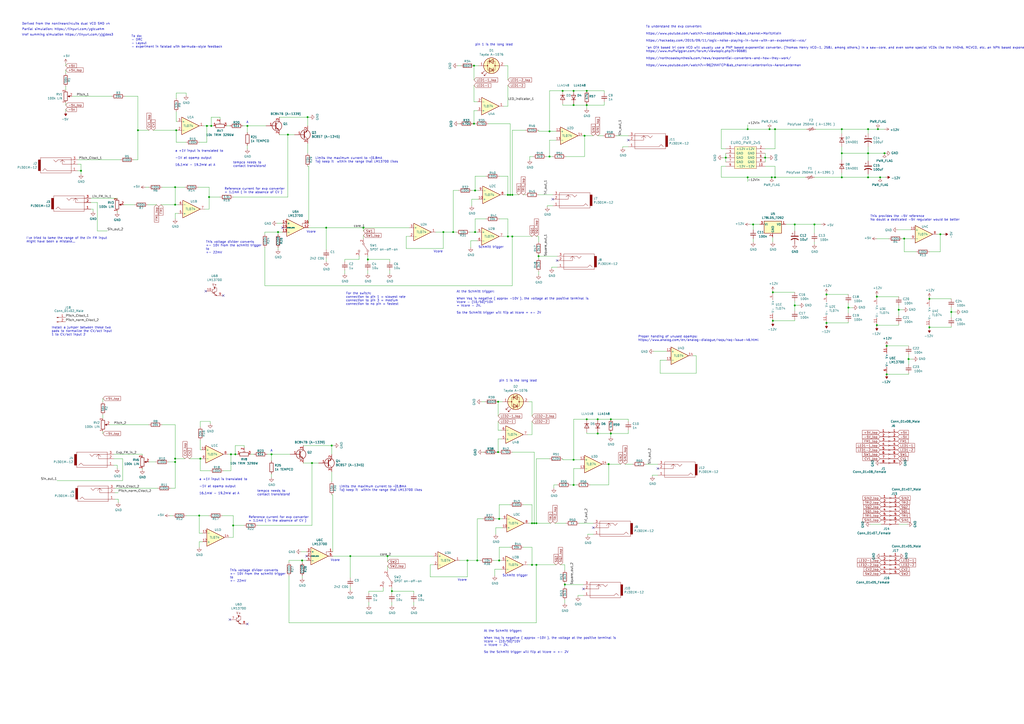
<source format=kicad_sch>
(kicad_sch (version 20211123) (generator eeschema)
  (paper "A2")
  (junction (at 510.54 102.87))
  (junction (at 116.205 266.065))
  (junction (at 227.33 342.9))
  (junction (at 167.005 78.105))
  (junction (at 446.405 74.93))
  (junction (at 447.675 102.87))
  (junction (at 294.64 113.03))
  (junction (at 80.01 75.565))
  (junction (at 332.74 60.96))
  (junction (at 340.36 60.96))
  (junction (at 115.57 299.085))
  (junction (at 157.48 263.525))
  (junction (at 101.6 267.97))
  (junction (at 271.145 325.12))
  (junction (at 479.425 170.815))
  (junction (at 178.435 67.945))
  (junction (at 308.61 303.53))
  (junction (at 521.335 179.705))
  (junction (at 332.74 281.305))
  (junction (at 327.66 339.09))
  (junction (at 545.465 135.89))
  (junction (at 449.58 74.93))
  (junction (at 340.36 52.705))
  (junction (at 346.71 243.205))
  (junction (at 448.31 169.545))
  (junction (at 514.35 200.66))
  (junction (at 433.705 74.93))
  (junction (at 276.86 325.12))
  (junction (at 508.635 188.595))
  (junction (at 340.36 243.205))
  (junction (at 210.82 132.08))
  (junction (at 488.315 74.93))
  (junction (at 492.125 178.435))
  (junction (at 101.6 266.065))
  (junction (at 295.91 113.03))
  (junction (at 102.235 75.565))
  (junction (at 354.33 251.46))
  (junction (at 436.88 130.175))
  (junction (at 509.27 74.93))
  (junction (at 479.425 187.325))
  (junction (at 326.39 52.705))
  (junction (at 101.6 108.585))
  (junction (at 133.985 263.525))
  (junction (at 354.33 243.205))
  (junction (at 318.77 90.805))
  (junction (at 135.255 304.8))
  (junction (at 513.08 88.9))
  (junction (at 101.6 118.745))
  (junction (at 309.88 303.53))
  (junction (at 318.77 76.2))
  (junction (at 346.71 251.46))
  (junction (at 46.99 99.06))
  (junction (at 161.29 134.62))
  (junction (at 213.36 150.495))
  (junction (at 289.56 300.99))
  (junction (at 120.015 73.025))
  (junction (at 524.51 138.43))
  (junction (at 257.175 134.62))
  (junction (at 461.01 130.175))
  (junction (at 143.51 73.025))
  (junction (at 527.05 208.28))
  (junction (at 294.64 137.16))
  (junction (at 332.74 52.705))
  (junction (at 539.115 189.865))
  (junction (at 503.555 74.93))
  (junction (at 192.405 258.445))
  (junction (at 203.2 322.58))
  (junction (at 275.59 134.62))
  (junction (at 508.635 172.085))
  (junction (at 448.31 186.055))
  (junction (at 443.865 91.44))
  (junction (at 433.705 102.87))
  (junction (at 332.74 266.7))
  (junction (at 311.15 327.66))
  (junction (at 289.56 325.12))
  (junction (at 421.005 91.44))
  (junction (at 121.285 114.3))
  (junction (at 449.58 102.87))
  (junction (at 224.79 322.58))
  (junction (at 122.555 73.025))
  (junction (at 488.315 88.9))
  (junction (at 297.18 113.03))
  (junction (at 288.925 262.255))
  (junction (at 488.315 102.87))
  (junction (at 472.44 130.175))
  (junction (at 274.955 71.755))
  (junction (at 189.23 132.08))
  (junction (at 503.555 102.87))
  (junction (at 339.09 78.74))
  (junction (at 175.26 325.12))
  (junction (at 308.61 327.66))
  (junction (at 180.975 268.605))
  (junction (at 288.925 233.045))
  (junction (at 514.35 217.17))
  (junction (at 274.955 38.1))
  (junction (at 539.115 173.355))
  (junction (at 297.18 137.16))
  (junction (at 262.89 134.62))
  (junction (at 503.555 88.9))
  (junction (at 275.59 110.49))
  (junction (at 461.01 177.165))
  (junction (at 311.15 303.53))
  (junction (at 551.815 180.975))
  (junction (at 312.42 148.59))
  (junction (at 136.525 263.525))
  (junction (at 353.06 269.24))
  (no_connect (at 143.51 361.95))
  (no_connect (at 381.635 271.78))
  (no_connect (at 119.38 168.91))
  (no_connect (at 129.54 171.45))
  (no_connect (at 344.17 306.07))
  (no_connect (at 323.215 151.13))
  (no_connect (at 364.49 81.28))
  (no_connect (at 177.8 322.58))
  (no_connect (at 320.675 115.57))
  (no_connect (at 338.455 341.63))
  (no_connect (at 163.83 132.08))
  (no_connect (at 133.35 359.41))
  (wire (pts (xy 63.5 246.38) (xy 86.36 246.38)))
  (wire (pts (xy 167.64 334.01) (xy 167.64 361.315)))
  (wire (pts (xy 308.61 303.53) (xy 306.705 303.53)))
  (wire (pts (xy 346.71 251.46) (xy 340.36 251.46)))
  (wire (pts (xy 294.64 113.03) (xy 295.91 113.03)))
  (wire (pts (xy 364.49 243.205) (xy 364.49 244.475)))
  (wire (pts (xy 521.335 179.705) (xy 523.875 179.705)))
  (wire (pts (xy 297.18 262.255) (xy 309.88 262.255)))
  (wire (pts (xy 418.465 96.52) (xy 418.465 102.87)))
  (wire (pts (xy 38.1 59.69) (xy 38.1 60.96)))
  (wire (pts (xy 294.64 46.355) (xy 294.64 38.1)))
  (wire (pts (xy 133.985 263.525) (xy 132.08 263.525)))
  (wire (pts (xy 294.64 61.595) (xy 292.1 61.595)))
  (wire (pts (xy 115.57 309.245) (xy 117.475 309.245)))
  (wire (pts (xy 297.18 75.565) (xy 297.18 113.03)))
  (wire (pts (xy 488.315 77.47) (xy 488.315 74.93)))
  (wire (pts (xy 488.315 102.87) (xy 503.555 102.87)))
  (wire (pts (xy 224.79 328.295) (xy 224.79 330.835)))
  (wire (pts (xy 101.6 108.585) (xy 101.6 118.745)))
  (wire (pts (xy 291.465 233.045) (xy 288.925 233.045)))
  (wire (pts (xy 53.975 121.285) (xy 52.705 121.285)))
  (wire (pts (xy 177.8 320.04) (xy 174.625 320.04)))
  (wire (pts (xy 524.51 138.43) (xy 524.51 146.05)))
  (wire (pts (xy 292.735 38.1) (xy 294.64 38.1)))
  (wire (pts (xy 167.64 325.12) (xy 167.64 326.39)))
  (wire (pts (xy 340.995 309.88) (xy 344.17 309.88)))
  (wire (pts (xy 421.005 96.52) (xy 418.465 96.52)))
  (wire (pts (xy 179.705 67.945) (xy 178.435 67.945)))
  (wire (pts (xy 59.69 250.19) (xy 59.69 251.46)))
  (wire (pts (xy 262.89 134.62) (xy 264.795 134.62)))
  (wire (pts (xy 448.31 185.42) (xy 448.31 186.055)))
  (wire (pts (xy 189.23 149.86) (xy 189.23 151.765)))
  (wire (pts (xy 167.005 78.105) (xy 161.925 78.105)))
  (wire (pts (xy 213.995 349.25) (xy 213.995 351.155)))
  (wire (pts (xy 101.6 118.745) (xy 93.345 118.745)))
  (wire (pts (xy 318.77 76.2) (xy 322.58 76.2)))
  (wire (pts (xy 170.815 78.105) (xy 167.005 78.105)))
  (wire (pts (xy 449.58 74.93) (xy 446.405 74.93)))
  (wire (pts (xy 332.74 52.705) (xy 340.36 52.705)))
  (wire (pts (xy 115.57 299.085) (xy 115.57 309.245)))
  (wire (pts (xy 304.8 75.565) (xy 297.18 75.565)))
  (wire (pts (xy 309.88 262.255) (xy 309.88 303.53)))
  (wire (pts (xy 271.145 325.12) (xy 266.7 325.12)))
  (wire (pts (xy 312.42 76.2) (xy 312.42 75.565)))
  (wire (pts (xy 527.05 217.17) (xy 527.05 216.535)))
  (wire (pts (xy 318.77 52.705) (xy 326.39 52.705)))
  (wire (pts (xy 275.59 110.49) (xy 277.495 110.49)))
  (wire (pts (xy 488.315 85.09) (xy 488.315 88.9)))
  (wire (pts (xy 320.04 154.94) (xy 323.215 154.94)))
  (wire (pts (xy 288.925 249.555) (xy 290.83 249.555)))
  (wire (pts (xy 178.435 83.185) (xy 178.435 88.9)))
  (wire (pts (xy 317.5 119.38) (xy 320.675 119.38)))
  (wire (pts (xy 192.405 258.445) (xy 175.895 258.445)))
  (wire (pts (xy 213.36 148.59) (xy 213.36 150.495)))
  (wire (pts (xy 547.37 135.89) (xy 545.465 135.89)))
  (wire (pts (xy 178.435 96.52) (xy 179.07 96.52)))
  (wire (pts (xy 213.995 342.9) (xy 213.995 344.17)))
  (wire (pts (xy 213.36 156.845) (xy 213.36 158.75)))
  (wire (pts (xy 38.1 40.64) (xy 38.1 42.545)))
  (wire (pts (xy 340.995 309.88) (xy 340.995 310.515)))
  (wire (pts (xy 116.205 260.985) (xy 116.84 260.985)))
  (wire (pts (xy 189.23 132.08) (xy 210.82 132.08)))
  (wire (pts (xy 127.635 67.945) (xy 122.555 67.945)))
  (wire (pts (xy 295.91 71.755) (xy 295.91 113.03)))
  (wire (pts (xy 488.315 88.9) (xy 488.315 92.71)))
  (wire (pts (xy 131.445 73.025) (xy 133.35 73.025)))
  (wire (pts (xy 135.255 114.3) (xy 167.005 114.3)))
  (wire (pts (xy 289.56 325.12) (xy 290.83 325.12)))
  (wire (pts (xy 332.74 266.7) (xy 332.74 243.205)))
  (wire (pts (xy 122.555 73.025) (xy 123.825 73.025)))
  (wire (pts (xy 240.03 342.9) (xy 227.33 342.9)))
  (wire (pts (xy 276.86 64.135) (xy 274.955 64.135)))
  (wire (pts (xy 335.28 345.44) (xy 338.455 345.44)))
  (wire (pts (xy 357.505 78.74) (xy 364.49 78.74)))
  (wire (pts (xy 327.66 347.98) (xy 327.66 349.885)))
  (wire (pts (xy 335.28 345.44) (xy 335.28 346.075)))
  (wire (pts (xy 346.71 250.825) (xy 346.71 251.46)))
  (wire (pts (xy 82.55 271.78) (xy 82.55 272.415)))
  (wire (pts (xy 208.28 150.495) (xy 200.025 150.495)))
  (wire (pts (xy 97.79 267.97) (xy 101.6 267.97)))
  (wire (pts (xy 277.495 38.1) (xy 274.955 38.1)))
  (wire (pts (xy 319.405 303.53) (xy 311.15 303.53)))
  (wire (pts (xy 340.36 251.46) (xy 340.36 250.825)))
  (wire (pts (xy 332.74 266.7) (xy 336.55 266.7)))
  (wire (pts (xy 271.145 325.12) (xy 276.86 325.12)))
  (wire (pts (xy 52.705 117.475) (xy 56.515 117.475)))
  (wire (pts (xy 461.01 177.165) (xy 463.55 177.165)))
  (wire (pts (xy 531.495 146.05) (xy 524.51 146.05)))
  (wire (pts (xy 193.04 322.58) (xy 203.2 322.58)))
  (wire (pts (xy 340.36 52.705) (xy 350.52 52.705)))
  (wire (pts (xy 283.21 71.755) (xy 295.91 71.755)))
  (wire (pts (xy 38.1 50.165) (xy 38.1 52.07)))
  (wire (pts (xy 114.935 108.585) (xy 121.285 108.585)))
  (wire (pts (xy 511.175 304.165) (xy 504.825 304.165)))
  (wire (pts (xy 461.01 130.175) (xy 455.93 130.175)))
  (wire (pts (xy 382.905 208.915) (xy 382.905 216.535)))
  (wire (pts (xy 141.605 259.715) (xy 141.605 258.445)))
  (wire (pts (xy 52.705 114.935) (xy 67.945 114.935)))
  (wire (pts (xy 116.205 255.27) (xy 116.205 260.985)))
  (wire (pts (xy 524.51 138.43) (xy 523.24 138.43)))
  (wire (pts (xy 311.15 327.66) (xy 311.15 361.315)))
  (wire (pts (xy 311.15 137.16) (xy 312.42 137.16)))
  (wire (pts (xy 127.635 114.3) (xy 121.285 114.3)))
  (wire (pts (xy 116.205 266.065) (xy 109.855 266.065)))
  (wire (pts (xy 288.29 262.255) (xy 288.925 262.255)))
  (wire (pts (xy 436.88 133.35) (xy 436.88 130.175)))
  (wire (pts (xy 312.42 157.48) (xy 312.42 159.385)))
  (wire (pts (xy 135.255 311.785) (xy 132.715 311.785)))
  (wire (pts (xy 340.36 243.205) (xy 346.71 243.205)))
  (wire (pts (xy 332.74 271.78) (xy 332.74 281.305)))
  (wire (pts (xy 226.06 151.765) (xy 226.06 150.495)))
  (wire (pts (xy 257.175 144.145) (xy 257.175 134.62)))
  (wire (pts (xy 175.26 325.12) (xy 175.26 326.39)))
  (wire (pts (xy 290.83 330.2) (xy 287.02 330.2)))
  (wire (pts (xy 510.54 102.87) (xy 513.715 102.87)))
  (wire (pts (xy 72.39 55.88) (xy 80.01 55.88)))
  (wire (pts (xy 509.27 74.93) (xy 513.08 74.93)))
  (wire (pts (xy 503.555 77.47) (xy 503.555 74.93)))
  (wire (pts (xy 235.585 144.145) (xy 257.175 144.145)))
  (wire (pts (xy 492.125 175.895) (xy 492.125 178.435)))
  (wire (pts (xy 161.29 134.62) (xy 153.67 134.62)))
  (wire (pts (xy 354.33 250.825) (xy 354.33 251.46)))
  (wire (pts (xy 308.61 252.095) (xy 306.07 252.095)))
  (wire (pts (xy 335.915 303.53) (xy 344.17 303.53)))
  (wire (pts (xy 101.6 267.97) (xy 101.6 283.21)))
  (wire (pts (xy 276.86 300.99) (xy 276.86 325.12)))
  (wire (pts (xy 177.8 325.12) (xy 175.26 325.12)))
  (wire (pts (xy 461.01 133.985) (xy 461.01 130.175)))
  (wire (pts (xy 274.955 59.055) (xy 276.86 59.055)))
  (wire (pts (xy 120.015 73.025) (xy 122.555 73.025)))
  (wire (pts (xy 262.89 110.49) (xy 262.89 134.62)))
  (wire (pts (xy 127.635 69.215) (xy 127.635 67.945)))
  (wire (pts (xy 288.925 241.3) (xy 288.925 233.045)))
  (wire (pts (xy 280.67 262.255) (xy 280.035 262.255)))
  (wire (pts (xy 180.975 268.605) (xy 175.895 268.605)))
  (wire (pts (xy 307.34 90.805) (xy 307.34 92.71)))
  (wire (pts (xy 101.6 283.21) (xy 99.06 283.21)))
  (wire (pts (xy 448.31 186.055) (xy 448.31 186.69)))
  (wire (pts (xy 309.88 303.53) (xy 311.15 303.53)))
  (wire (pts (xy 66.04 269.875) (xy 67.945 269.875)))
  (wire (pts (xy 514.35 216.535) (xy 514.35 217.17)))
  (wire (pts (xy 249.555 327.66) (xy 249.555 334.645)))
  (wire (pts (xy 295.91 317.5) (xy 289.56 317.5)))
  (wire (pts (xy 354.33 243.205) (xy 364.49 243.205)))
  (wire (pts (xy 210.82 133.985) (xy 210.82 132.08)))
  (wire (pts (xy 327.66 338.455) (xy 327.66 339.09)))
  (wire (pts (xy 289.56 292.735) (xy 289.56 300.99)))
  (wire (pts (xy 80.01 92.71) (xy 77.47 92.71)))
  (wire (pts (xy 353.06 269.24) (xy 351.79 269.24)))
  (wire (pts (xy 227.33 340.995) (xy 227.33 342.9)))
  (wire (pts (xy 318.77 90.805) (xy 320.675 90.805)))
  (wire (pts (xy 175.26 325.12) (xy 167.64 325.12)))
  (wire (pts (xy 267.335 38.1) (xy 265.43 38.1)))
  (wire (pts (xy 136.525 263.525) (xy 137.795 263.525)))
  (wire (pts (xy 308.61 327.66) (xy 311.15 327.66)))
  (wire (pts (xy 86.36 75.565) (xy 80.01 75.565)))
  (wire (pts (xy 46.99 95.25) (xy 45.085 95.25)))
  (wire (pts (xy 318.77 76.2) (xy 318.77 52.705)))
  (wire (pts (xy 326.39 60.96) (xy 326.39 60.325)))
  (wire (pts (xy 107.95 299.085) (xy 115.57 299.085)))
  (wire (pts (xy 332.74 281.305) (xy 334.645 281.305)))
  (wire (pts (xy 472.44 140.335) (xy 472.44 141.605)))
  (wire (pts (xy 140.97 73.025) (xy 143.51 73.025)))
  (wire (pts (xy 503.555 88.9) (xy 513.08 88.9)))
  (wire (pts (xy 488.315 88.9) (xy 503.555 88.9)))
  (wire (pts (xy 514.35 200.66) (xy 514.35 201.295)))
  (wire (pts (xy 308.61 317.5) (xy 308.61 327.66)))
  (wire (pts (xy 446.405 74.93) (xy 433.705 74.93)))
  (wire (pts (xy 38.1 36.83) (xy 38.1 38.1)))
  (wire (pts (xy 539.115 189.865) (xy 539.115 190.5)))
  (wire (pts (xy 527.05 208.28) (xy 529.59 208.28)))
  (wire (pts (xy 350.52 60.96) (xy 340.36 60.96)))
  (wire (pts (xy 257.175 134.62) (xy 262.89 134.62)))
  (wire (pts (xy 350.52 52.705) (xy 350.52 53.975)))
  (wire (pts (xy 45.085 99.06) (xy 46.99 99.06)))
  (wire (pts (xy 503.555 88.9) (xy 503.555 93.345)))
  (wire (pts (xy 306.705 233.045) (xy 308.61 233.045)))
  (wire (pts (xy 461.01 174.625) (xy 461.01 177.165)))
  (wire (pts (xy 448.31 186.055) (xy 461.01 186.055)))
  (wire (pts (xy 93.98 246.38) (xy 101.6 246.38)))
  (wire (pts (xy 433.705 102.87) (xy 433.705 105.41)))
  (wire (pts (xy 249.555 334.645) (xy 271.145 334.645)))
  (wire (pts (xy 59.69 240.665) (xy 59.69 242.57)))
  (wire (pts (xy 101.6 123.825) (xy 101.6 127)))
  (wire (pts (xy 129.54 273.05) (xy 133.985 273.05)))
  (wire (pts (xy 539.115 173.355) (xy 551.815 173.355)))
  (wire (pts (xy 448.31 137.795) (xy 448.31 140.335)))
  (wire (pts (xy 304.8 113.03) (xy 303.53 113.03)))
  (wire (pts (xy 184.785 268.605) (xy 180.975 268.605)))
  (wire (pts (xy 66.04 266.065) (xy 71.12 266.065)))
  (wire (pts (xy 367.03 269.24) (xy 362.585 269.24)))
  (wire (pts (xy 192.405 263.525) (xy 192.405 258.445)))
  (wire (pts (xy 240.03 349.25) (xy 240.03 351.155)))
  (wire (pts (xy 349.885 78.74) (xy 346.71 78.74)))
  (wire (pts (xy 117.475 314.325) (xy 115.57 314.325)))
  (wire (pts (xy 279.4 233.045) (xy 281.305 233.045)))
  (wire (pts (xy 551.815 180.975) (xy 554.355 180.975)))
  (wire (pts (xy 539.115 173.355) (xy 539.115 173.99)))
  (wire (pts (xy 68.58 285.75) (xy 66.675 285.75)))
  (wire (pts (xy 521.335 177.165) (xy 521.335 179.705)))
  (wire (pts (xy 192.405 273.685) (xy 192.405 279.4)))
  (wire (pts (xy 222.25 342.9) (xy 213.995 342.9)))
  (wire (pts (xy 82.55 263.525) (xy 82.55 264.16)))
  (wire (pts (xy 59.69 231.14) (xy 59.69 233.045)))
  (wire (pts (xy 257.175 134.62) (xy 252.73 134.62)))
  (wire (pts (xy 102.235 82.55) (xy 107.95 82.55)))
  (wire (pts (xy 321.945 303.53) (xy 328.295 303.53)))
  (wire (pts (xy 286.385 325.12) (xy 289.56 325.12)))
  (wire (pts (xy 203.2 322.58) (xy 224.79 322.58)))
  (wire (pts (xy 294.64 102.235) (xy 294.64 113.03)))
  (wire (pts (xy 508.635 172.085) (xy 508.635 172.72)))
  (wire (pts (xy 418.465 86.36) (xy 421.005 86.36)))
  (wire (pts (xy 178.435 73.025) (xy 178.435 67.945)))
  (wire (pts (xy 309.245 90.805) (xy 307.34 90.805)))
  (wire (pts (xy 213.36 150.495) (xy 213.36 151.765)))
  (wire (pts (xy 121.285 299.085) (xy 115.57 299.085)))
  (wire (pts (xy 101.6 118.745) (xy 103.505 118.745)))
  (wire (pts (xy 503.555 102.87) (xy 510.54 102.87)))
  (wire (pts (xy 237.49 137.16) (xy 235.585 137.16)))
  (wire (pts (xy 122.555 67.945) (xy 122.555 73.025)))
  (wire (pts (xy 289.56 317.5) (xy 289.56 325.12)))
  (wire (pts (xy 311.15 266.065) (xy 311.15 303.53)))
  (wire (pts (xy 266.065 110.49) (xy 262.89 110.49)))
  (wire (pts (xy 80.01 55.88) (xy 80.01 75.565)))
  (wire (pts (xy 276.86 139.7) (xy 273.05 139.7)))
  (wire (pts (xy 121.92 245.745) (xy 121.92 244.475)))
  (wire (pts (xy 479.425 170.18) (xy 479.425 170.815)))
  (wire (pts (xy 157.48 274.955) (xy 157.48 276.86)))
  (wire (pts (xy 66.04 263.525) (xy 82.55 263.525)))
  (wire (pts (xy 193.675 258.445) (xy 192.405 258.445)))
  (wire (pts (xy 434.975 130.175) (xy 436.88 130.175)))
  (wire (pts (xy 189.23 132.08) (xy 189.23 144.78)))
  (wire (pts (xy 276.86 325.12) (xy 278.765 325.12)))
  (wire (pts (xy 66.675 289.56) (xy 68.58 289.56)))
  (wire (pts (xy 545.465 146.05) (xy 539.115 146.05)))
  (wire (pts (xy 192.405 287.02) (xy 193.04 287.02)))
  (wire (pts (xy 421.005 91.44) (xy 421.005 93.98)))
  (wire (pts (xy 136.525 258.445) (xy 136.525 263.525)))
  (wire (pts (xy 515.62 138.43) (xy 508.635 138.43)))
  (wire (pts (xy 149.225 304.8) (xy 180.975 304.8)))
  (wire (pts (xy 340.36 60.96) (xy 340.36 62.865)))
  (wire (pts (xy 539.115 172.72) (xy 539.115 173.355)))
  (wire (pts (xy 508.635 171.45) (xy 508.635 172.085)))
  (wire (pts (xy 353.06 281.305) (xy 353.06 269.24)))
  (wire (pts (xy 107.95 53.975) (xy 102.235 53.975)))
  (wire (pts (xy 521.335 179.705) (xy 521.335 182.88)))
  (wire (pts (xy 539.115 189.865) (xy 551.815 189.865)))
  (wire (pts (xy 289.56 102.235) (xy 294.64 102.235)))
  (wire (pts (xy 508.635 188.595) (xy 521.335 188.595)))
  (wire (pts (xy 266.7 71.755) (xy 266.065 71.755)))
  (wire (pts (xy 386.715 203.835) (xy 379.095 203.835)))
  (wire (pts (xy 277.495 115.57) (xy 273.685 115.57)))
  (wire (pts (xy 78.105 118.745) (xy 71.755 118.745)))
  (wire (pts (xy 143.51 73.025) (xy 143.51 76.835)))
  (wire (pts (xy 240.03 344.17) (xy 240.03 342.9)))
  (wire (pts (xy 145.415 263.525) (xy 147.32 263.525)))
  (wire (pts (xy 318.77 81.28) (xy 318.77 90.805)))
  (wire (pts (xy 308.61 137.16) (xy 297.18 137.16)))
  (wire (pts (xy 443.865 91.44) (xy 443.865 93.98)))
  (wire (pts (xy 418.465 74.93) (xy 418.465 86.36)))
  (wire (pts (xy 80.01 75.565) (xy 80.01 92.71)))
  (wire (pts (xy 135.255 304.8) (xy 135.255 311.785)))
  (wire (pts (xy 46.99 99.06) (xy 46.99 95.25)))
  (wire (pts (xy 116.205 273.05) (xy 121.92 273.05)))
  (wire (pts (xy 326.39 266.7) (xy 326.39 266.065)))
  (wire (pts (xy 527.05 205.74) (xy 527.05 208.28)))
  (wire (pts (xy 56.515 117.475) (xy 56.515 133.985)))
  (wire (pts (xy 327.66 327.66) (xy 325.12 327.66)))
  (wire (pts (xy 332.74 60.325) (xy 332.74 60.96)))
  (wire (pts (xy 102.235 75.565) (xy 88.9 75.565)))
  (wire (pts (xy 322.58 327.66) (xy 311.15 327.66)))
  (wire (pts (xy 322.58 81.28) (xy 318.77 81.28)))
  (wire (pts (xy 227.33 342.9) (xy 227.33 344.17)))
  (wire (pts (xy 443.865 86.36) (xy 449.58 86.36)))
  (wire (pts (xy 116.84 266.065) (xy 116.205 266.065)))
  (wire (pts (xy 382.905 216.535) (xy 403.86 216.535)))
  (wire (pts (xy 339.09 78.74) (xy 344.17 78.74)))
  (wire (pts (xy 479.425 170.815) (xy 479.425 171.45)))
  (wire (pts (xy 340.36 60.325) (xy 340.36 60.96)))
  (wire (pts (xy 472.44 130.175) (xy 461.01 130.175)))
  (wire (pts (xy 340.36 60.96) (xy 332.74 60.96)))
  (wire (pts (xy 56.515 133.985) (xy 62.23 133.985)))
  (wire (pts (xy 290.83 254.635) (xy 288.925 254.635)))
  (wire (pts (xy 312.42 148.59) (xy 323.215 148.59)))
  (wire (pts (xy 528.32 133.35) (xy 520.7 133.35)))
  (wire (pts (xy 467.36 102.87) (xy 449.58 102.87)))
  (wire (pts (xy 281.94 127) (xy 275.59 127)))
  (wire (pts (xy 447.675 102.87) (xy 449.58 102.87)))
  (wire (pts (xy 274.955 38.1) (xy 274.955 46.355)))
  (wire (pts (xy 488.315 100.33) (xy 488.315 102.87)))
  (wire (pts (xy 203.2 322.58) (xy 203.2 335.28)))
  (wire (pts (xy 102.235 64.77) (xy 102.235 70.485)))
  (wire (pts (xy 274.32 71.755) (xy 274.955 71.755)))
  (wire (pts (xy 120.015 82.55) (xy 120.015 73.025)))
  (wire (pts (xy 235.585 137.16) (xy 235.585 144.145)))
  (wire (pts (xy 251.46 327.66) (xy 249.555 327.66)))
  (wire (pts (xy 353.06 269.24) (xy 360.045 269.24)))
  (wire (pts (xy 354.33 251.46) (xy 346.71 251.46)))
  (wire (pts (xy 210.82 136.525) (xy 210.82 138.43)))
  (wire (pts (xy 527.05 208.28) (xy 527.05 211.455)))
  (wire (pts (xy 288.925 244.475) (xy 288.925 249.555)))
  (wire (pts (xy 323.215 281.305) (xy 321.31 281.305)))
  (wire (pts (xy 308.61 292.735) (xy 308.61 303.53)))
  (wire (pts (xy 288.925 254.635) (xy 288.925 262.255)))
  (wire (pts (xy 320.04 154.94) (xy 320.04 155.575)))
  (wire (pts (xy 224.79 325.755) (xy 224.79 322.58)))
  (wire (pts (xy 107.95 55.245) (xy 107.95 53.975)))
  (wire (pts (xy 274.955 64.135) (xy 274.955 71.755)))
  (wire (pts (xy 168.275 263.525) (xy 157.48 263.525)))
  (wire (pts (xy 90.805 118.745) (xy 85.725 118.745)))
  (wire (pts (xy 374.65 269.24) (xy 381.635 269.24)))
  (wire (pts (xy 200.025 150.495) (xy 200.025 151.765)))
  (wire (pts (xy 167.64 361.315) (xy 311.15 361.315)))
  (wire (pts (xy 318.77 266.065) (xy 311.15 266.065)))
  (wire (pts (xy 102.235 75.565) (xy 102.235 82.55)))
  (wire (pts (xy 273.685 115.57) (xy 273.685 119.38)))
  (wire (pts (xy 289.56 127) (xy 294.64 127)))
  (wire (pts (xy 316.865 90.805) (xy 318.77 90.805)))
  (wire (pts (xy 364.49 251.46) (xy 354.33 251.46)))
  (wire (pts (xy 488.315 74.93) (xy 503.555 74.93)))
  (wire (pts (xy 492.125 178.435) (xy 494.665 178.435)))
  (wire (pts (xy 272.415 134.62) (xy 275.59 134.62)))
  (wire (pts (xy 339.09 90.805) (xy 339.09 78.74)))
  (wire (pts (xy 346.71 243.205) (xy 354.33 243.205)))
  (wire (pts (xy 101.6 266.065) (xy 101.6 267.97)))
  (wire (pts (xy 226.06 156.845) (xy 226.06 158.75)))
  (wire (pts (xy 294.64 137.16) (xy 297.18 137.16)))
  (wire (pts (xy 336.55 271.78) (xy 332.74 271.78)))
  (wire (pts (xy 281.94 102.235) (xy 275.59 102.235)))
  (wire (pts (xy 71.12 266.065) (xy 71.12 278.765)))
  (wire (pts (xy 116.205 266.065) (xy 116.205 273.05)))
  (wire (pts (xy 551.815 178.435) (xy 551.815 180.975)))
  (wire (pts (xy 503.555 100.965) (xy 503.555 102.87)))
  (wire (pts (xy 295.91 113.03) (xy 297.18 113.03)))
  (wire (pts (xy 45.085 92.71) (xy 69.85 92.71)))
  (wire (pts (xy 157.48 263.525) (xy 157.48 267.335)))
  (wire (pts (xy 326.39 266.7) (xy 332.74 266.7)))
  (wire (pts (xy 167.005 78.105) (xy 167.005 114.3)))
  (wire (pts (xy 86.36 267.97) (xy 90.17 267.97)))
  (wire (pts (xy 295.91 292.735) (xy 289.56 292.735)))
  (wire (pts (xy 330.835 281.305) (xy 332.74 281.305)))
  (wire (pts (xy 203.2 340.36) (xy 203.2 342.265)))
  (wire (pts (xy 297.18 137.16) (xy 297.18 165.735)))
  (wire (pts (xy 210.82 132.08) (xy 237.49 132.08)))
  (wire (pts (xy 421.005 91.44) (xy 419.1 91.44)))
  (wire (pts (xy 275.59 127) (xy 275.59 134.62)))
  (wire (pts (xy 403.86 206.375) (xy 401.955 206.375)))
  (wire (pts (xy 226.06 150.495) (xy 213.36 150.495)))
  (wire (pts (xy 461.01 186.055) (xy 461.01 185.42)))
  (wire (pts (xy 528.32 138.43) (xy 524.51 138.43)))
  (wire (pts (xy 332.74 243.205) (xy 340.36 243.205)))
  (wire (pts (xy 312.42 140.335) (xy 312.42 137.16)))
  (wire (pts (xy 308.61 241.3) (xy 308.61 233.045)))
  (wire (pts (xy 287.02 330.2) (xy 287.02 334.01)))
  (wire (pts (xy 521.335 188.595) (xy 521.335 187.96)))
  (wire (pts (xy 503.555 74.93) (xy 509.27 74.93)))
  (wire (pts (xy 291.465 306.07) (xy 287.655 306.07)))
  (wire (pts (xy 153.67 143.51) (xy 153.67 165.735)))
  (wire (pts (xy 68.58 289.56) (xy 68.58 291.465)))
  (wire (pts (xy 275.59 102.235) (xy 275.59 110.49)))
  (wire (pts (xy 433.705 102.87) (xy 447.675 102.87)))
  (wire (pts (xy 361.315 85.09) (xy 361.315 85.725)))
  (wire (pts (xy 342.265 281.305) (xy 353.06 281.305)))
  (wire (pts (xy 449.58 74.93) (xy 449.58 86.36)))
  (wire (pts (xy 121.285 108.585) (xy 121.285 114.3)))
  (wire (pts (xy 312.42 76.2) (xy 318.77 76.2)))
  (wire (pts (xy 294.64 61.595) (xy 294.64 49.53)))
  (wire (pts (xy 53.975 121.285) (xy 53.975 122.555)))
  (wire (pts (xy 121.285 114.3) (xy 121.285 121.285)))
  (wire (pts (xy 436.88 130.175) (xy 440.69 130.175)))
  (wire (pts (xy 116.205 244.475) (xy 116.205 247.65)))
  (wire (pts (xy 378.46 275.59) (xy 378.46 276.225)))
  (wire (pts (xy 479.425 187.325) (xy 479.425 187.96)))
  (wire (pts (xy 153.67 134.62) (xy 153.67 135.89)))
  (wire (pts (xy 224.79 322.58) (xy 251.46 322.58)))
  (wire (pts (xy 179.07 96.52) (xy 179.07 129.54)))
  (wire (pts (xy 287.655 300.99) (xy 289.56 300.99)))
  (wire (pts (xy 472.44 102.87) (xy 488.315 102.87)))
  (wire (pts (xy 551.815 189.865) (xy 551.815 189.23)))
  (wire (pts (xy 551.815 180.975) (xy 551.815 184.15)))
  (wire (pts (xy 364.49 249.555) (xy 364.49 251.46)))
  (wire (pts (xy 514.35 200.66) (xy 527.05 200.66)))
  (wire (pts (xy 180.975 268.605) (xy 180.975 304.8)))
  (wire (pts (xy 179.07 132.08) (xy 189.23 132.08)))
  (wire (pts (xy 161.29 134.62) (xy 161.29 135.89)))
  (wire (pts (xy 121.92 244.475) (xy 116.205 244.475)))
  (wire (pts (xy 102.235 70.485) (xy 102.87 70.485)))
  (wire (pts (xy 539.115 189.23) (xy 539.115 189.865)))
  (wire (pts (xy 133.985 263.525) (xy 136.525 263.525)))
  (wire (pts (xy 101.6 246.38) (xy 101.6 266.065)))
  (wire (pts (xy 448.31 169.545) (xy 448.31 170.18)))
  (wire (pts (xy 433.705 74.93) (xy 433.705 72.39)))
  (wire (pts (xy 303.53 317.5) (xy 308.61 317.5)))
  (wire (pts (xy 513.08 88.9) (xy 513.715 88.9)))
  (wire (pts (xy 120.015 73.025) (xy 118.11 73.025)))
  (wire (pts (xy 121.285 121.285) (xy 118.745 121.285)))
  (wire (pts (xy 175.26 334.01) (xy 175.26 335.28)))
  (wire (pts (xy 327.66 339.09) (xy 327.66 340.36)))
  (wire (pts (xy 545.465 146.05) (xy 545.465 135.89)))
  (wire (pts (xy 448.31 169.545) (xy 461.01 169.545)))
  (wire (pts (xy 479.425 170.815) (xy 492.125 170.815)))
  (wire (pts (xy 421.005 88.9) (xy 421.005 91.44)))
  (wire (pts (xy 227.33 349.25) (xy 227.33 351.155)))
  (wire (pts (xy 526.415 304.165) (xy 521.335 304.165)))
  (wire (pts (xy 193.04 287.02) (xy 193.04 320.04)))
  (wire (pts (xy 294.64 113.03) (xy 292.735 113.03)))
  (wire (pts (xy 280.035 300.99) (xy 276.86 300.99)))
  (wire (pts (xy 508.635 188.595) (xy 508.635 189.23)))
  (wire (pts (xy 67.945 269.875) (xy 67.945 271.78)))
  (wire (pts (xy 153.67 165.735) (xy 297.18 165.735)))
  (wire (pts (xy 443.865 88.9) (xy 443.865 91.44)))
  (wire (pts (xy 273.05 139.7) (xy 273.05 143.51)))
  (wire (pts (xy 294.64 127) (xy 294.64 137.16)))
  (wire (pts (xy 103.505 123.825) (xy 101.6 123.825)))
  (wire (pts (xy 508.635 187.96) (xy 508.635 188.595)))
  (wire (pts (xy 339.09 78.74) (xy 337.82 78.74)))
  (wire (pts (xy 273.685 110.49) (xy 275.59 110.49)))
  (wire (pts (xy 514.35 217.17) (xy 527.05 217.17)))
  (wire (pts (xy 163.83 134.62) (xy 161.29 134.62)))
  (wire (pts (xy 71.12 278.765) (xy 33.02 278.765)))
  (wire (pts (xy 102.87 75.565) (xy 102.235 75.565)))
  (wire (pts (xy 503.555 85.09) (xy 503.555 88.9)))
  (wire (pts (xy 332.74 60.96) (xy 326.39 60.96)))
  (wire (pts (xy 289.56 262.255) (xy 288.925 262.255)))
  (wire (pts (xy 508.635 172.085) (xy 521.335 172.085)))
  (wire (pts (xy 93.98 108.585) (xy 101.6 108.585)))
  (wire (pts (xy 161.29 143.51) (xy 161.29 144.78)))
  (wire (pts (xy 492.125 187.325) (xy 492.125 186.69)))
  (wire (pts (xy 312.42 147.955) (xy 312.42 148.59)))
  (wire (pts (xy 545.465 135.89) (xy 543.56 135.89)))
  (wire (pts (xy 163.83 129.54) (xy 160.655 129.54)))
  (wire (pts (xy 178.435 67.945) (xy 161.925 67.945)))
  (wire (pts (xy 67.945 122.555) (xy 67.945 123.19)))
  (wire (pts (xy 492.125 178.435) (xy 492.125 181.61)))
  (wire (pts (xy 275.59 134.62) (xy 276.86 134.62)))
  (wire (pts (xy 154.305 73.025) (xy 143.51 73.025)))
  (wire (pts (xy 287.655 306.07) (xy 287.655 309.88)))
  (wire (pts (xy 350.52 59.055) (xy 350.52 60.96)))
  (wire (pts (xy 208.28 148.59) (xy 208.28 150.495)))
  (wire (pts (xy 294.64 137.16) (xy 292.1 137.16)))
  (wire (pts (xy 436.88 138.43) (xy 436.88 140.335)))
  (wire (pts (xy 317.5 119.38) (xy 317.5 120.015)))
  (wire (pts (xy 472.44 135.255) (xy 472.44 130.175)))
  (wire (pts (xy 312.42 113.03) (xy 320.675 113.03)))
  (wire (pts (xy 66.675 283.21) (xy 91.44 283.21)))
  (wire (pts (xy 326.39 52.705) (xy 332.74 52.705)))
  (wire (pts (xy 472.44 130.175) (xy 476.25 130.175)))
  (wire (pts (xy 102.235 53.975) (xy 102.235 57.15)))
  (wire (pts (xy 133.985 273.05) (xy 133.985 263.525)))
  (wire (pts (xy 378.46 275.59) (xy 381.635 275.59)))
  (wire (pts (xy 135.255 299.085) (xy 135.255 304.8)))
  (wire (pts (xy 107.315 266.065) (xy 101.6 266.065)))
  (wire (pts (xy 403.86 216.535) (xy 403.86 206.375)))
  (wire (pts (xy 141.605 304.8) (xy 135.255 304.8)))
  (wire (pts (xy 38.1 63.5) (xy 38.1 64.77)))
  (wire (pts (xy 308.61 303.53) (xy 309.88 303.53)))
  (wire (pts (xy 154.94 263.525) (xy 157.48 263.525)))
  (wire (pts (xy 222.25 340.995) (xy 222.25 342.9)))
  (wire (pts (xy 143.51 84.455) (xy 143.51 86.36)))
  (wire (pts (xy 479.425 186.69) (xy 479.425 187.325)))
  (wire (pts (xy 115.57 82.55) (xy 120.015 82.55)))
  (wire (pts (xy 327.66 339.09) (xy 338.455 339.09)))
  (wire (pts (xy 115.57 314.325) (xy 115.57 317.5)))
  (wire (pts (xy 461.01 177.165) (xy 461.01 180.34)))
  (wire (pts (xy 473.075 74.93) (xy 488.315 74.93)))
  (wire (pts (xy 303.53 292.735) (xy 308.61 292.735)))
  (wire (pts (xy 107.315 108.585) (xy 101.6 108.585)))
  (wire (pts (xy 271.145 334.645) (xy 271.145 325.12)))
  (wire (pts (xy 308.61 244.475) (xy 308.61 252.095)))
  (wire (pts (xy 449.58 96.52) (xy 443.865 96.52)))
  (wire (pts (xy 386.715 208.915) (xy 382.905 208.915)))
  (wire (pts (xy 128.905 299.085) (xy 135.255 299.085)))
  (wire (pts (xy 200.025 156.845) (xy 200.025 158.75)))
  (wire (pts (xy 467.995 74.93) (xy 449.58 74.93)))
  (wire (pts (xy 274.955 49.53) (xy 274.955 59.055)))
  (wire (pts (xy 308.61 327.66) (xy 306.07 327.66)))
  (wire (pts (xy 275.59 71.755) (xy 274.955 71.755)))
  (wire (pts (xy 449.58 102.87) (xy 449.58 96.52)))
  (wire (pts (xy 433.705 74.93) (xy 418.465 74.93)))
  (wire (pts (xy 361.315 85.09) (xy 364.49 85.09)))
  (wire (pts (xy 354.33 251.46) (xy 354.33 253.365)))
  (wire (pts (xy 479.425 187.325) (xy 492.125 187.325)))
  (wire (pts (xy 41.91 55.88) (xy 64.77 55.88)))
  (wire (pts (xy 86.36 108.585) (xy 84.455 108.585)))
  (wire (pts (xy 46.99 99.06) (xy 46.99 100.965)))
  (wire (pts (xy 312.42 148.59) (xy 312.42 149.86)))
  (wire (pts (xy 443.865 91.44) (xy 445.77 91.44)))
  (wire (pts (xy 297.18 113.03) (xy 300.99 113.03)))
  (wire (pts (xy 141.605 258.445) (xy 136.525 258.445)))
  (wire (pts (xy 289.56 300.99) (xy 291.465 300.99)))
  (wire (pts (xy 448.31 168.91) (xy 448.31 169.545)))
  (wire (pts (xy 328.295 90.805) (xy 339.09 90.805)))
  (wire (pts (xy 327.66 330.835) (xy 327.66 327.66)))
  (wire (pts (xy 418.465 102.87) (xy 433.705 102.87)))
  (wire (pts (xy 321.31 281.305) (xy 321.31 283.21)))
  (wire (pts (xy 100.33 299.085) (xy 98.425 299.085)))
  (text "This voltage divider converts \n+- 10V from the schmitt trigger \nto\n+- 22mV" (at 119.38 147.32 0) (effects (font (size 1.27 1.27)) (justify left bottom)))
  (text "pin 1 is the long lead" (at 289.56 221.615 0) (effects (font (size 1.27 1.27)) (justify left bottom)))
  (text "a +1V input is translated to \n\n-1V at opamp output \n\n16.1mW - 19.2mW at A" (at 115.57 287.02 0) (effects (font (size 1.27 1.27)) (justify left bottom)))
  (text "Schmitt trigger" (at 291.465 334.645 0) (effects (font (size 1.27 1.27)) (justify left bottom)))
  (text "This provides the -5V reference\nNo doubt a dedicated -5V regulator would be better" (at 504.825 128.27 0) (effects (font (size 1.27 1.27)) (justify left bottom)))
  (text "Limits the maximum current to ~{0.8mA\nTo} keep it  within the range that LM13700 likes" (at 196.85 285.115 0) (effects (font (size 1.27 1.27)) (justify left bottom)))
  (text "For the switch:\nconnection to pin 1 = slowest rate\nconnection to pin 3 = medium\nconnection to no pin = fastest" (at 200.66 177.165 0) (effects (font (size 1.27 1.27)) (justify left bottom)))
  (text "To do:\n- DRC\n- Layout\n- experiment in falstad with bermuda-style feedback" (at 76.2 27.94 0) (effects (font (size 1.27 1.27)) (justify left bottom)))
  (text "I've tried to tame the range of the lin FM input\nmight have been a mistake..." (at 15.24 140.97 0) (effects (font (size 1.27 1.27)) (justify left bottom)))
  (text "Reference current for exp converter\n= 1.1mA ( in the absence of CV )" (at 144.145 302.895 0) (effects (font (size 1.27 1.27)) (justify left bottom)))
  (text "Proper handing of unused opamps:\nhttps://www.analog.com/en/analog-dialogue/raqs/raq-issue-46.html" (at 370.205 198.12 0) (effects (font (size 1.27 1.27)) (justify left bottom)))
  (text "pin 1 is the long lead" (at 275.59 26.67 0) (effects (font (size 1.27 1.27)) (justify left bottom)))
  (text "A" (at 156.845 262.255 0) (effects (font (size 1.27 1.27)) (justify left bottom)))
  (text "At the Schmitt trigger:\n\nWhen Vsq is negative ( approx -10V ), the voltage at the positive terminal is \nVcore - (10/50)*10V \n= Vcore - 2V.\n\nSo the Schmitt trigger will flip at Vcore = +- 2V" (at 280.67 379.095 0) (effects (font (size 1.27 1.27)) (justify left bottom)))
  (text "Vcore" (at 177.8 135.255 0) (effects (font (size 1.27 1.27)) (justify left bottom)))
  (text "Vref summing simulation https://tinyurl.com/yjgjdeo3" (at 12.7 20.955 0) (effects (font (size 1.27 1.27)) (justify left bottom)))
  (text "Vcore" (at 265.43 337.185 0) (effects (font (size 1.27 1.27)) (justify left bottom)))
  (text "Partial simulation: https://tinyurl.com/ygtcuehm" (at 12.7 17.78 0) (effects (font (size 1.27 1.27)) (justify left bottom)))
  (text "Reference current for exp converter\n= 1.1mA ( in the absence of CV )" (at 130.175 112.395 0) (effects (font (size 1.27 1.27)) (justify left bottom)))
  (text "Derived from the nonlinearcircuits dual VCO SMD v4" (at 12.7 14.605 0) (effects (font (size 1.27 1.27)) (justify left bottom)))
  (text "tempco needs to\ncontact transistors!" (at 135.255 97.155 0) (effects (font (size 1.27 1.27)) (justify left bottom)))
  (text "Limits the maximum current to ~{0.8mA\nTo} keep it  within the range that LM13700 likes" (at 182.88 94.615 0) (effects (font (size 1.27 1.27)) (justify left bottom)))
  (text "Schmitt trigger" (at 277.495 144.145 0) (effects (font (size 1.27 1.27)) (justify left bottom)))
  (text "To understand the exp converter:\n\nhttps://www.youtube.com/watch?v=dd1dws6pSNo&t=2s&ab_channel=MoritzKlein\n\nhttps://hackaday.com/2015/09/11/logic-noise-playing-in-tune-with-an-exponential-vco/\n\n\"an OTA based tri core VCO will usually use a PNP based exponential converter. (Thomas Henry VCO-1, 258J, among others.) In a saw-core, and even some special VCOs like the X4046, MCVCO, etc. an NPN based exponential converter is used. In this case I like the LS-318 best.\"\nhttps://www.muffwiggler.com/forum/viewtopic.php?t=90681\n\nhttps://northcoastsynthesis.com/news/exponential-converters-and-how-they-work/\n\nhttps://www.youtube.com/watch?v=96j2tNKFCPI&ab_channel=Lantertronics-AaronLanterman" (at 374.65 38.735 0) (effects (font (size 1.27 1.27)) (justify left bottom)))
  (text "Vcore" (at 251.46 146.685 0) (effects (font (size 1.27 1.27)) (justify left bottom)))
  (text "tempco needs to\ncontact transistors!" (at 149.225 287.655 0) (effects (font (size 1.27 1.27)) (justify left bottom)))
  (text "At the Schmitt trigger:\n\nWhen Vsq is negative ( approx -10V ), the voltage at the positive terminal is \nVcore - (10/50)*10V \n= Vcore - 2V.\n\nSo the Schmitt trigger will flip at Vcore = +- 2V" (at 264.795 182.245 0) (effects (font (size 1.27 1.27)) (justify left bottom)))
  (text "Install a jumper between these two \npads to normalize the CV/oct input\n1 to CV/oct input 2" (at 29.845 194.945 0) (effects (font (size 1.27 1.27)) (justify left bottom)))
  (text "Vcore" (at 191.77 325.755 0) (effects (font (size 1.27 1.27)) (justify left bottom)))
  (text "A" (at 142.875 71.755 0) (effects (font (size 1.27 1.27)) (justify left bottom)))
  (text "This voltage divider converts \n+- 10V from the schmitt trigger \nto\n+- 22mV" (at 133.35 337.82 0) (effects (font (size 1.27 1.27)) (justify left bottom)))
  (text "a +1V input is translated to \n\n-1V at opamp output \n\n16.1mW - 19.2mW at A" (at 101.6 96.52 0) (effects (font (size 1.27 1.27)) (justify left bottom)))
  (label "core_1" (at 205.105 132.08 0))
  (label "Tri_out_2" (at 340.995 303.53 90))
  (label "Exp_FM_in_2" (at 67.31 263.525 0))
  (label "Pitch_norm_CVoct_2" (at 68.58 285.75 0))
  (label "LED_indicator_1" (at 294.64 58.42 0))
  (label "Sin_out_2" (at 377.825 269.24 90))
  (label "Square_out_1" (at 317.5 148.59 90))
  (label "Sin_out_2" (at 62.23 133.985 0))
  (label "core_2" (at 220.345 322.58 0))
  (label "Square_out_2" (at 332.74 339.09 90))
  (label "Pitch_CVoct_2" (at 67.31 283.21 0))
  (label "-12Vin" (at 433.705 105.41 0))
  (label "Tri_out_1" (at 317.5 113.03 90))
  (label "Pitch_CVoct_1" (at 45.72 92.71 0))
  (label "Sin_out_1" (at 33.02 278.765 180))
  (label "Pitch_CVoct_1" (at 38.1 184.15 0))
  (label "Pitch_2" (at 66.04 246.38 0))
  (label "Pitch_1" (at 44.45 55.88 0))
  (label "Lin_FM_in_1" (at 53.34 114.935 0))
  (label "+12Vin" (at 433.705 72.39 0))
  (label "Pitch_norm_CVoct_2" (at 38.1 186.69 0))
  (label "Sin_out_1" (at 360.68 78.74 90))
  (global_label "SIN1_top" (shape input) (at 511.175 301.625 180) (property "Intersheet References" "${INTERSHEET_REFS}" (effects hide)))
  (global_label "CV2_top" (shape input) (at 511.175 330.2 180) (property "Intersheet References" "${INTERSHEET_REFS}" (effects hide)))
  (global_label "+5V" (shape input) (at 520.7 250.825 0) (property "Intersheet References" "${INTERSHEET_REFS}" (effects hide)))
  (global_label "SW1_top" (shape input) (at 210.82 136.525 0) (property "Intersheet References" "${INTERSHEET_REFS}" (effects hide)))
  (global_label "LED1-2_top" (shape input) (at 510.54 260.985 180) (property "Intersheet References" "${INTERSHEET_REFS}" (effects hide)))
  (global_label "LED2-1_top" (shape input) (at 511.175 325.12 180) (property "Intersheet References" "${INTERSHEET_REFS}" (effects hide)))
  (global_label "SIN1_top" (shape input) (at 346.71 78.74 90) (property "Intersheet References" "${INTERSHEET_REFS}" (effects hide)))
  (global_label "SQ2" (shape input) (at 322.58 327.66 90) (property "Intersheet References" "${INTERSHEET_REFS}" (effects hide)))
  (global_label "SIN1" (shape input) (at 521.335 301.625 0) (property "Intersheet References" "${INTERSHEET_REFS}" (effects hide)))
  (global_label "SQ1_top" (shape input) (at 311.15 137.16 90) (property "Intersheet References" "${INTERSHEET_REFS}" (effects hide)))
  (global_label "CV2" (shape input) (at 109.855 266.065 90) (property "Intersheet References" "${INTERSHEET_REFS}" (effects hide)))
  (global_label "FM1" (shape input) (at 520.7 255.905 0) (property "Intersheet References" "${INTERSHEET_REFS}" (effects hide)))
  (global_label "CV2" (shape input) (at 521.335 330.2 0) (property "Intersheet References" "${INTERSHEET_REFS}" (effects hide)))
  (global_label "SW2" (shape input) (at 224.79 325.755 0) (property "Intersheet References" "${INTERSHEET_REFS}" (effects hide)))
  (global_label "-5V_top" (shape input) (at 59.69 251.46 0) (property "Intersheet References" "${INTERSHEET_REFS}" (effects hide)))
  (global_label "FM1_top" (shape input) (at 90.805 118.745 270) (property "Intersheet References" "${INTERSHEET_REFS}" (effects hide)))
  (global_label "LED2-2_top" (shape input) (at 511.175 327.66 180) (property "Intersheet References" "${INTERSHEET_REFS}" (effects hide)))
  (global_label "TRI2" (shape input) (at 319.405 303.53 90) (property "Intersheet References" "${INTERSHEET_REFS}" (effects hide)))
  (global_label "-5V" (shape input) (at 38.1 63.5 0) (property "Intersheet References" "${INTERSHEET_REFS}" (effects hide)))
  (global_label "TRI2_top" (shape input) (at 511.175 291.465 180) (property "Intersheet References" "${INTERSHEET_REFS}" (effects hide)))
  (global_label "CV2_top" (shape input) (at 107.315 266.065 90) (property "Intersheet References" "${INTERSHEET_REFS}" (effects hide)))
  (global_label "LED2-2" (shape input) (at 521.335 327.66 0) (property "Intersheet References" "${INTERSHEET_REFS}" (effects hide)))
  (global_label "+5V_top" (shape input) (at 59.69 231.14 0) (property "Intersheet References" "${INTERSHEET_REFS}" (effects hide)))
  (global_label "SQ1" (shape input) (at 521.335 296.545 0) (property "Intersheet References" "${INTERSHEET_REFS}" (effects hide)))
  (global_label "SQ2_top" (shape input) (at 325.12 327.66 90) (property "Intersheet References" "${INTERSHEET_REFS}" (effects hide)))
  (global_label "SIN2_top" (shape input) (at 362.585 269.24 90) (property "Intersheet References" "${INTERSHEET_REFS}" (effects hide)))
  (global_label "LED2-2_top" (shape input) (at 308.61 241.3 0) (property "Intersheet References" "${INTERSHEET_REFS}" (effects hide)))
  (global_label "CV1_top" (shape input) (at 510.54 266.065 180) (property "Intersheet References" "${INTERSHEET_REFS}" (effects hide)))
  (global_label "TRI1_top" (shape input) (at 511.175 299.085 180) (property "Intersheet References" "${INTERSHEET_REFS}" (effects hide)))
  (global_label "LED2-1" (shape input) (at 288.925 244.475 0) (property "Intersheet References" "${INTERSHEET_REFS}" (effects hide)))
  (global_label "FM1" (shape input) (at 93.345 118.745 270) (property "Intersheet References" "${INTERSHEET_REFS}" (effects hide)))
  (global_label "TRI1_top" (shape input) (at 303.53 113.03 90) (property "Intersheet References" "${INTERSHEET_REFS}" (effects hide)))
  (global_label "SQ1_top" (shape input) (at 511.175 296.545 180) (property "Intersheet References" "${INTERSHEET_REFS}" (effects hide)))
  (global_label "SIN2_top" (shape input) (at 511.175 288.925 180) (property "Intersheet References" "${INTERSHEET_REFS}" (effects hide)))
  (global_label "LED2-2" (shape input) (at 308.61 244.475 0) (property "Intersheet References" "${INTERSHEET_REFS}" (effects hide)))
  (global_label "SW2_top" (shape input) (at 511.175 332.74 180) (property "Intersheet References" "${INTERSHEET_REFS}" (effects hide)))
  (global_label "TRI1" (shape input) (at 300.99 113.03 90) (property "Intersheet References" "${INTERSHEET_REFS}" (effects hide)))
  (global_label "SW2" (shape input) (at 521.335 332.74 0) (property "Intersheet References" "${INTERSHEET_REFS}" (effects hide)))
  (global_label "LED1-2_top" (shape input) (at 294.64 46.355 0) (property "Intersheet References" "${INTERSHEET_REFS}" (effects hide)))
  (global_label "LED1-2" (shape input) (at 294.64 49.53 0) (property "Intersheet References" "${INTERSHEET_REFS}" (effects hide)))
  (global_label "TRI1" (shape input) (at 521.335 299.085 0) (property "Intersheet References" "${INTERSHEET_REFS}" (effects hide)))
  (global_label "SQ2_top" (shape input) (at 511.175 294.005 180) (property "Intersheet References" "${INTERSHEET_REFS}" (effects hide)))
  (global_label "LED1-1_top" (shape input) (at 510.54 258.445 180) (property "Intersheet References" "${INTERSHEET_REFS}" (effects hide)))
  (global_label "TRI2" (shape input) (at 521.335 291.465 0) (property "Intersheet References" "${INTERSHEET_REFS}" (effects hide)))
  (global_label "LED1-1" (shape input) (at 520.7 258.445 0) (property "Intersheet References" "${INTERSHEET_REFS}" (effects hide)))
  (global_label "+5V_top" (shape input) (at 510.54 250.825 180) (property "Intersheet References" "${INTERSHEET_REFS}" (effects hide)))
  (global_label "SIN2" (shape input) (at 360.045 269.24 90) (property "Intersheet References" "${INTERSHEET_REFS}" (effects hide)))
  (global_label "SW2_top" (shape input) (at 224.79 328.295 0) (property "Intersheet References" "${INTERSHEET_REFS}" (effects hide)))
  (global_label "+5V_top" (shape input) (at 38.1 40.64 0) (property "Intersheet References" "${INTERSHEET_REFS}" (effects hide)))
  (global_label "SW1_top" (shape input) (at 510.54 263.525 180) (property "Intersheet References" "${INTERSHEET_REFS}" (effects hide)))
  (global_label "SIN1" (shape input) (at 344.17 78.74 90) (property "Intersheet References" "${INTERSHEET_REFS}" (effects hide)))
  (global_label "FM1_top" (shape input) (at 510.54 255.905 180) (property "Intersheet References" "${INTERSHEET_REFS}" (effects hide)))
  (global_label "LED2-1_top" (shape input) (at 288.925 241.3 0) (property "Intersheet References" "${INTERSHEET_REFS}" (effects hide)))
  (global_label "SQ1" (shape input) (at 308.61 137.16 90) (property "Intersheet References" "${INTERSHEET_REFS}" (effects hide)))
  (global_label "SW1" (shape input) (at 520.7 263.525 0) (property "Intersheet References" "${INTERSHEET_REFS}" (effects hide)))
  (global_label "CV1_top" (shape input) (at 86.36 75.565 90) (property "Intersheet References" "${INTERSHEET_REFS}" (effects hide)))
  (global_label "CV1" (shape input) (at 520.7 266.065 0) (property "Intersheet References" "${INTERSHEET_REFS}" (effects hide)))
  (global_label "LED1-1" (shape input) (at 274.955 49.53 0) (property "Intersheet References" "${INTERSHEET_REFS}" (effects hide)))
  (global_label "TRI2_top" (shape input) (at 321.945 303.53 90) (property "Intersheet References" "${INTERSHEET_REFS}" (effects hide)))
  (global_label "-5V_top" (shape input) (at 510.54 253.365 180) (property "Intersheet References" "${INTERSHEET_REFS}" (effects hide)))
  (global_label "LED1-2" (shape input) (at 520.7 260.985 0) (property "Intersheet References" "${INTERSHEET_REFS}" (effects hide)))
  (global_label "-5V_top" (shape input) (at 38.1 60.96 0) (property "Intersheet References" "${INTERSHEET_REFS}" (effects hide)))
  (global_label "-5V" (shape input) (at 520.7 253.365 0) (property "Intersheet References" "${INTERSHEET_REFS}" (effects hide)))
  (global_label "SIN2" (shape input) (at 521.335 288.925 0) (property "Intersheet References" "${INTERSHEET_REFS}" (effects hide)))
  (global_label "LED2-1" (shape input) (at 521.335 325.12 0) (property "Intersheet References" "${INTERSHEET_REFS}" (effects hide)))
  (global_label "LED1-1_top" (shape input) (at 274.955 46.355 0) (property "Intersheet References" "${INTERSHEET_REFS}" (effects hide)))
  (global_label "SQ2" (shape input) (at 521.335 294.005 0) (property "Intersheet References" "${INTERSHEET_REFS}" (effects hide)))
  (global_label "CV1" (shape input) (at 88.9 75.565 90) (property "Intersheet References" "${INTERSHEET_REFS}" (effects hide)))
  (global_label "+5V" (shape input) (at 38.1 38.1 0) (property "Intersheet References" "${INTERSHEET_REFS}" (effects hide)))
  (global_label "SW1" (shape input) (at 210.82 133.985 0) (property "Intersheet References" "${INTERSHEET_REFS}" (effects hide)))
  (symbol (lib_id "Device:LED_Dual_2pin") (at 285.115 38.1 180) (unit 1)
    (property "Reference" "D1" (at 285.115 29.2862 0))
    (property "Value" "Tayda A-1076" (at 285.115 31.5976 0))
    (property "Footprint" "Eurocad:LED3mm" (effects hide))
  )
  (symbol (lib_id "Amplifier_Operational:TL074") (at 284.48 61.595 0) (mirror x) (unit 1)
    (property "Reference" "U4" (at 285.115 66.04 0))
    (property "Value" "TL074" (at 283.21 61.595 0))
    (property "Footprint" "Package_SO:SOIC-14_3.9x8.7mm_P1.27mm" (effects hide))
    (property "Datasheet" "http://www.ti.com/lit/ds/symlink/tl071.pdf" (effects hide))
  )
  (symbol (lib_id "Device:R") (at 271.145 38.1 90) (unit 1)
    (property "Reference" "R34" (at 271.145 35.56 90))
    (property "Value" "660R" (at 271.145 38.1 90))
    (property "Footprint" "Eurocad:R_0805_2012Metric_Pad1.15x1.40mm_HandSolder_smallText" (effects hide))
  )
  (symbol (lib_id "power:GND") (at 265.43 38.1 270) (unit 1)
    (property "Reference" "#PWR037" (effects hide))
    (property "Value" "GND" (at 261.0358 38.227 0))
  )
  (symbol (lib_id "Device:R") (at 270.51 71.755 270) (unit 1)
    (property "Reference" "R33" (at 270.51 69.85 90))
    (property "Value" "470k" (at 270.51 71.755 90))
    (property "Footprint" "Eurocad:R_0805_2012Metric_Pad1.15x1.40mm_HandSolder_smallText" (effects hide))
  )
  (symbol (lib_id "Device:R") (at 279.4 71.755 270) (unit 1)
    (property "Reference" "R35" (at 279.4 69.85 90))
    (property "Value" "470k" (at 279.4 71.755 90))
    (property "Footprint" "Eurocad:R_0805_2012Metric_Pad1.15x1.40mm_HandSolder_smallText" (effects hide))
  )
  (symbol (lib_id "power:GND") (at 266.065 71.755 270) (unit 1)
    (property "Reference" "#PWR038" (effects hide))
    (property "Value" "GND" (at 261.6708 71.882 0))
  )
  (symbol (lib_id "eurocad:EURO_PWR_2x5") (at 432.435 91.44 0) (unit 1)
    (property "Reference" "J13" (at 432.435 80.0862 0) (effects (font (size 1.524 1.524))))
    (property "Value" "EURO_PWR_2x5" (at 432.435 82.7786 0) (effects (font (size 1.524 1.524))))
    (property "Footprint" "Eurocad:Eurorack_power_header" (effects hide))
  )
  (symbol (lib_id "Amplifier_Operational:TL074") (at 111.125 121.285 0) (mirror x) (unit 2)
    (property "Reference" "U1" (at 112.395 116.84 0))
    (property "Value" "TL074" (at 110.49 121.285 0))
    (property "Footprint" "Package_SO:SOIC-14_3.9x8.7mm_P1.27mm" (effects hide))
    (property "Datasheet" "http://www.ti.com/lit/ds/symlink/tl071.pdf" (effects hide))
  )
  (symbol (lib_id "eurocad:PJ301M-12") (at 41.275 117.475 0) (mirror x) (unit 1)
    (property "Reference" "J3" (at 29.1592 117.0686 0) (effects (justify right)))
    (property "Value" "PJ301M-12" (at 29.1592 119.38 0) (effects (justify right)))
    (property "Footprint" "Eurocad:PJ301M-12_Compact" (effects hide))
  )
  (symbol (lib_id "power:GND") (at 53.975 122.555 0) (unit 1)
    (property "Reference" "#PWR04" (effects hide))
    (property "Value" "GND" (at 54.102 126.9492 0))
  )
  (symbol (lib_id "Device:R_POT") (at 67.945 118.745 0) (mirror x) (unit 1)
    (property "Reference" "RV3" (at 66.167 117.5766 0) (effects (justify right)))
    (property "Value" "100k LIN" (at 66.167 119.888 0) (effects (justify right)))
    (property "Footprint" "Eurocad:Alpha9mmPot" (effects hide))
  )
  (symbol (lib_id "power:GND") (at 67.945 123.19 0) (unit 1)
    (property "Reference" "#PWR08" (effects hide))
    (property "Value" "GND" (at 68.072 127.5842 0))
  )
  (symbol (lib_id "Device:R") (at 81.915 118.745 90) (unit 1)
    (property "Reference" "R7" (at 81.915 120.65 90))
    (property "Value" "200k" (at 81.915 118.745 90))
    (property "Footprint" "Eurocad:R_0805_2012Metric_Pad1.15x1.40mm_HandSolder_smallText" (effects hide))
  )
  (symbol (lib_id "Device:R") (at 90.17 108.585 90) (unit 1)
    (property "Reference" "R6" (at 90.17 110.49 90))
    (property "Value" "100k" (at 90.17 108.585 90))
    (property "Footprint" "Eurocad:R_0805_2012Metric_Pad1.15x1.40mm_HandSolder_smallText" (effects hide))
  )
  (symbol (lib_id "Device:R") (at 111.125 108.585 90) (unit 1)
    (property "Reference" "R14" (at 111.125 110.49 90))
    (property "Value" "100k" (at 111.125 108.585 90))
    (property "Footprint" "Eurocad:R_0805_2012Metric_Pad1.15x1.40mm_HandSolder_smallText" (effects hide))
  )
  (symbol (lib_id "power:GND") (at 419.1 91.44 270) (unit 1)
    (property "Reference" "#PWR059" (effects hide))
    (property "Value" "GND" (at 414.7058 91.567 0))
  )
  (symbol (lib_id "power:GND") (at 445.77 91.44 90) (unit 1)
    (property "Reference" "#PWR062" (effects hide))
    (property "Value" "GND" (at 450.1642 91.313 0))
  )
  (symbol (lib_id "power:PWR_FLAG") (at 446.405 74.93 0) (unit 1)
    (property "Reference" "#FLG01" (effects hide))
    (property "Value" "PWR_FLAG" (at 446.405 70.5358 0))
  )
  (symbol (lib_id "power:PWR_FLAG") (at 447.675 102.87 180) (unit 1)
    (property "Reference" "#FLG02" (effects hide))
    (property "Value" "PWR_FLAG" (at 447.675 107.2642 0))
  )
  (symbol (lib_id "Device:Polyfuse_Small") (at 470.535 74.93 270) (unit 1)
    (property "Reference" "F2" (at 470.535 69.723 90))
    (property "Value" "Polyfuse 250mA ( A-1391 )" (at 470.535 72.0344 90))
    (property "Footprint" "Capacitor_THT:C_Disc_D7.5mm_W2.5mm_P5.00mm" (effects hide))
  )
  (symbol (lib_id "power:GND") (at 101.6 127 0) (unit 1)
    (property "Reference" "#PWR017" (effects hide))
    (property "Value" "GND" (at 101.727 131.3942 0))
  )
  (symbol (lib_id "Device:R") (at 131.445 114.3 90) (unit 1)
    (property "Reference" "R19" (at 131.445 116.205 90))
    (property "Value" "3.9k" (at 131.445 114.3 90))
    (property "Footprint" "Eurocad:R_0805_2012Metric_Pad1.15x1.40mm_HandSolder_smallText" (effects hide))
  )
  (symbol (lib_id "Device:Polyfuse_Small") (at 469.9 102.87 270) (unit 1)
    (property "Reference" "F1" (at 469.9 97.663 90))
    (property "Value" "Polyfuse 250mA ( A-1391 )" (at 469.9 99.9744 90))
    (property "Footprint" "Capacitor_THT:C_Disc_D7.5mm_W2.5mm_P5.00mm" (effects hide))
  )
  (symbol (lib_id "Diode:1N4001") (at 488.315 81.28 270) (unit 1)
    (property "Reference" "D7" (at 490.347 80.1116 90) (effects (justify left)))
    (property "Value" "1N4001" (at 490.347 82.423 90) (effects (justify left)))
    (property "Footprint" "Diode_THT:D_DO-41_SOD81_P10.16mm_Horizontal" (effects hide))
    (property "Datasheet" "http://www.vishay.com/docs/88503/1n4001.pdf" (effects hide))
  )
  (symbol (lib_id "Diode:1N4001") (at 488.315 96.52 270) (unit 1)
    (property "Reference" "D8" (at 490.347 95.3516 90) (effects (justify left)))
    (property "Value" "1N4001" (at 490.347 97.663 90) (effects (justify left)))
    (property "Footprint" "Diode_THT:D_DO-41_SOD81_P10.16mm_Horizontal" (effects hide))
    (property "Datasheet" "http://www.vishay.com/docs/88503/1n4001.pdf" (effects hide))
  )
  (symbol (lib_id "Device:CP1") (at 503.555 81.28 0) (unit 1)
    (property "Reference" "C14" (at 506.476 80.1116 0) (effects (justify left)))
    (property "Value" "100uF" (at 506.476 82.423 0) (effects (justify left)))
    (property "Footprint" "Capacitor_THT:CP_Radial_D6.3mm_P2.50mm" (effects hide))
  )
  (symbol (lib_id "Device:CP1") (at 503.555 97.155 0) (unit 1)
    (property "Reference" "C15" (at 506.476 95.9866 0) (effects (justify left)))
    (property "Value" "100uF" (at 506.476 98.298 0) (effects (justify left)))
    (property "Footprint" "Capacitor_THT:CP_Radial_D6.3mm_P2.50mm" (effects hide))
  )
  (symbol (lib_id "power:+5V") (at 38.1 36.83 0) (unit 1)
    (property "Reference" "#PWR01" (effects hide))
    (property "Value" "+5V" (at 38.481 32.4358 0))
  )
  (symbol (lib_id "power:-5V") (at 38.1 64.77 180) (unit 1)
    (property "Reference" "#PWR02" (effects hide))
    (property "Value" "-5V" (at 37.719 69.1642 0))
  )
  (symbol (lib_id "power:+5V") (at 84.455 108.585 90) (unit 1)
    (property "Reference" "#PWR013" (effects hide))
    (property "Value" "+5V" (at 81.2038 108.204 90) (effects (justify left)))
  )
  (symbol (lib_id "power:+12V") (at 513.08 74.93 270) (unit 1)
    (property "Reference" "#PWR069" (effects hide))
    (property "Value" "+12V" (at 516.3312 75.311 90) (effects (justify left)))
  )
  (symbol (lib_id "Amplifier_Operational:TL074") (at 330.2 78.74 0) (unit 4)
    (property "Reference" "U2" (at 330.835 74.295 0))
    (property "Value" "TL074" (at 328.93 78.74 0))
    (property "Footprint" "Package_SO:SOIC-14_3.9x8.7mm_P1.27mm" (effects hide))
    (property "Datasheet" "http://www.ti.com/lit/ds/symlink/tl071.pdf" (effects hide))
  )
  (symbol (lib_id "power:-12V") (at 513.715 102.87 270) (unit 1)
    (property "Reference" "#PWR071" (effects hide))
    (property "Value" "-12V" (at 516.9662 103.251 90) (effects (justify left)))
  )
  (symbol (lib_id "Device:R") (at 324.485 90.805 90) (unit 1)
    (property "Reference" "R54" (at 324.485 88.9 90))
    (property "Value" "47k" (at 324.485 90.805 90))
    (property "Footprint" "Eurocad:R_0805_2012Metric_Pad1.15x1.40mm_HandSolder_smallText" (effects hide))
  )
  (symbol (lib_id "Device:R") (at 313.055 90.805 90) (unit 1)
    (property "Reference" "R49" (at 313.055 88.9 90))
    (property "Value" "3k9" (at 313.055 90.805 90))
    (property "Footprint" "Eurocad:R_0805_2012Metric_Pad1.15x1.40mm_HandSolder_smallText" (effects hide))
  )
  (symbol (lib_id "power:GND") (at 307.34 92.71 0) (unit 1)
    (property "Reference" "#PWR045" (effects hide))
    (property "Value" "GND" (at 307.467 97.1042 0))
  )
  (symbol (lib_id "Device:R") (at 308.61 75.565 90) (unit 1)
    (property "Reference" "R46" (at 308.61 73.025 90))
    (property "Value" "220k" (at 308.61 75.565 90))
    (property "Footprint" "Eurocad:R_0805_2012Metric_Pad1.15x1.40mm_HandSolder_smallText" (effects hide))
  )
  (symbol (lib_id "Diode:LL4148") (at 332.74 56.515 90) (unit 1)
    (property "Reference" "D4" (at 334.772 55.3466 90) (effects (justify right)))
    (property "Value" "LL4148" (at 332.74 49.53 90) (effects (justify right)))
    (property "Footprint" "Diode_SMD:D_MiniMELF" (effects hide))
    (property "Datasheet" "http://www.vishay.com/docs/85557/ll4148.pdf" (effects hide))
  )
  (symbol (lib_id "Diode:LL4148") (at 326.39 56.515 270) (unit 1)
    (property "Reference" "D3" (at 328.422 55.3466 90) (effects (justify left)))
    (property "Value" "LL4148" (at 323.215 49.53 90) (effects (justify left)))
    (property "Footprint" "Diode_SMD:D_MiniMELF" (effects hide))
    (property "Datasheet" "http://www.vishay.com/docs/85557/ll4148.pdf" (effects hide))
  )
  (symbol (lib_id "Device:R") (at 340.36 56.515 0) (unit 1)
    (property "Reference" "R57" (at 341.63 55.88 0) (effects (justify left)))
    (property "Value" "47k" (at 340.36 57.785 90) (effects (justify left)))
    (property "Footprint" "Eurocad:R_0805_2012Metric_Pad1.15x1.40mm_HandSolder_smallText" (effects hide))
  )
  (symbol (lib_id "Device:C_Small") (at 350.52 56.515 0) (unit 1)
    (property "Reference" "C9" (at 352.8568 55.3466 0) (effects (justify left)))
    (property "Value" "1n" (at 352.8568 57.658 0) (effects (justify left)))
    (property "Footprint" "Eurocad:C_0805_2012Metric_Pad1.15x1.40mm_HandSolder_SmallTxt" (effects hide))
  )
  (symbol (lib_id "power:GND") (at 513.715 88.9 90) (unit 1)
    (property "Reference" "#PWR070" (effects hide))
    (property "Value" "GND" (at 516.9662 88.773 90) (effects (justify right)))
  )
  (symbol (lib_id "power:GND") (at 340.36 62.865 0) (unit 1)
    (property "Reference" "#PWR053" (effects hide))
    (property "Value" "GND" (at 340.487 67.2592 0))
  )
  (symbol (lib_id "Device:R") (at 353.695 78.74 270) (unit 1)
    (property "Reference" "R58" (at 353.695 76.835 90))
    (property "Value" "1k" (at 353.695 78.74 90))
    (property "Footprint" "Eurocad:R_0805_2012Metric_Pad1.15x1.40mm_HandSolder_smallText" (effects hide))
  )
  (symbol (lib_id "power:PWR_FLAG") (at 509.27 74.93 0) (unit 1)
    (property "Reference" "#FLG03" (effects hide))
    (property "Value" "PWR_FLAG" (at 509.27 70.5358 0))
  )
  (symbol (lib_id "power:PWR_FLAG") (at 510.54 102.87 180) (unit 1)
    (property "Reference" "#FLG04" (effects hide))
    (property "Value" "PWR_FLAG" (at 510.54 107.2642 0))
  )
  (symbol (lib_id "eurocad:PJ301M-12") (at 375.92 81.28 180) (unit 1)
    (property "Reference" "J11" (at 388.0612 80.8736 0) (effects (justify right)))
    (property "Value" "PJ301M-12" (at 388.0612 83.185 0) (effects (justify right)))
    (property "Footprint" "Eurocad:PJ301M-12_Compact" (effects hide))
  )
  (symbol (lib_id "power:GND") (at 361.315 85.725 0) (unit 1)
    (property "Reference" "#PWR054" (effects hide))
    (property "Value" "GND" (at 361.442 90.1192 0))
  )
  (symbol (lib_id "power:+12V") (at 434.975 130.175 90) (unit 1)
    (property "Reference" "#PWR060" (effects hide))
    (property "Value" "+12V" (at 431.7238 129.794 90) (effects (justify left)))
  )
  (symbol (lib_id "power:GND") (at 448.31 140.335 0) (unit 1)
    (property "Reference" "#PWR063" (effects hide))
    (property "Value" "GND" (at 448.437 144.7292 0))
  )
  (symbol (lib_id "Device:CP1") (at 461.01 137.795 0) (unit 1)
    (property "Reference" "C12" (at 463.931 136.6266 0) (effects (justify left)))
    (property "Value" "10uF" (at 463.931 138.938 0) (effects (justify left)))
    (property "Footprint" "Capacitor_THT:CP_Radial_D6.3mm_P2.50mm" (effects hide))
  )
  (symbol (lib_id "Device:C_Small") (at 472.44 137.795 0) (unit 1)
    (property "Reference" "C13" (at 474.7768 136.6266 0) (effects (justify left)))
    (property "Value" "100n" (at 475.615 139.065 0) (effects (justify left)))
    (property "Footprint" "Eurocad:C_0805_2012Metric_Pad1.15x1.40mm_HandSolder_SmallTxt" (effects hide))
  )
  (symbol (lib_id "power:GND") (at 461.01 141.605 0) (unit 1)
    (property "Reference" "#PWR066" (effects hide))
    (property "Value" "GND" (at 461.137 145.9992 0))
  )
  (symbol (lib_id "power:GND") (at 472.44 141.605 0) (unit 1)
    (property "Reference" "#PWR067" (effects hide))
    (property "Value" "GND" (at 472.567 145.9992 0))
  )
  (symbol (lib_id "power:+5V") (at 476.25 130.175 270) (unit 1)
    (property "Reference" "#PWR068" (effects hide))
    (property "Value" "+5V" (at 479.5012 130.556 90) (effects (justify left)))
  )
  (symbol (lib_id "Device:C_Small") (at 436.88 135.89 0) (unit 1)
    (property "Reference" "C11" (at 439.2168 134.7216 0) (effects (justify left)))
    (property "Value" "100n" (at 440.055 137.16 0) (effects (justify left)))
    (property "Footprint" "Eurocad:C_0805_2012Metric_Pad1.15x1.40mm_HandSolder_SmallTxt" (effects hide))
  )
  (symbol (lib_id "power:GND") (at 436.88 140.335 0) (unit 1)
    (property "Reference" "#PWR061" (effects hide))
    (property "Value" "GND" (at 437.007 144.7292 0))
  )
  (symbol (lib_id "eurocad:PJ301M-12") (at 54.61 266.065 0) (mirror x) (unit 1)
    (property "Reference" "J4" (at 42.4942 265.6586 0) (effects (justify right)))
    (property "Value" "PJ301M-12" (at 42.4942 267.97 0) (effects (justify right)))
    (property "Footprint" "Eurocad:PJ301M-12_Compact" (effects hide))
  )
  (symbol (lib_id "power:GND") (at 67.945 271.78 0) (unit 1)
    (property "Reference" "#PWR09" (effects hide))
    (property "Value" "GND" (at 68.072 276.1742 0))
  )
  (symbol (lib_id "eurocad:PJ301M-12") (at 55.245 285.75 0) (mirror x) (unit 1)
    (property "Reference" "J5" (at 43.1292 285.3436 0) (effects (justify right)))
    (property "Value" "PJ301M-12" (at 43.1292 287.655 0) (effects (justify right)))
    (property "Footprint" "Eurocad:PJ301M-12_Compact" (effects hide))
  )
  (symbol (lib_id "power:GND") (at 68.58 291.465 0) (unit 1)
    (property "Reference" "#PWR012" (effects hide))
    (property "Value" "GND" (at 68.707 295.8592 0))
  )
  (symbol (lib_id "Device:R") (at 95.25 283.21 270) (unit 1)
    (property "Reference" "R11" (at 95.25 281.305 90))
    (property "Value" "100k" (at 95.25 283.21 90))
    (property "Footprint" "Eurocad:R_0805_2012Metric_Pad1.15x1.40mm_HandSolder_smallText" (effects hide))
  )
  (symbol (lib_id "Device:R_POT") (at 59.69 246.38 0) (mirror x) (unit 1)
    (property "Reference" "RV2" (at 57.912 245.2116 0) (effects (justify right)))
    (property "Value" "100k LIN" (at 57.912 247.523 0) (effects (justify right)))
    (property "Footprint" "Eurocad:Alpha9mmPot" (effects hide))
  )
  (symbol (lib_id "Device:R") (at 59.69 236.855 180) (unit 1)
    (property "Reference" "R2" (at 61.595 236.855 90))
    (property "Value" "56k" (at 59.69 236.855 90))
    (property "Footprint" "Eurocad:R_0805_2012Metric_Pad1.15x1.40mm_HandSolder_smallText" (effects hide))
  )
  (symbol (lib_id "Device:R") (at 90.17 246.38 270) (unit 1)
    (property "Reference" "R8" (at 90.17 244.475 90))
    (property "Value" "39k" (at 90.17 246.38 90))
    (property "Footprint" "Eurocad:R_0805_2012Metric_Pad1.15x1.40mm_HandSolder_smallText" (effects hide))
  )
  (symbol (lib_id "Device:R_POT") (at 82.55 267.97 0) (mirror x) (unit 1)
    (property "Reference" "RV6" (at 80.772 266.8016 0) (effects (justify right)))
    (property "Value" "100k LIN" (at 80.772 269.113 0) (effects (justify right)))
    (property "Footprint" "Eurocad:Alpha9mmPot" (effects hide))
  )
  (symbol (lib_id "power:GND") (at 82.55 272.415 0) (unit 1)
    (property "Reference" "#PWR015" (effects hide))
    (property "Value" "GND" (at 82.677 276.8092 0))
  )
  (symbol (lib_id "Device:R") (at 93.98 267.97 270) (unit 1)
    (property "Reference" "R10" (at 93.98 266.065 90))
    (property "Value" "100k" (at 93.98 267.97 90))
    (property "Footprint" "Eurocad:R_0805_2012Metric_Pad1.15x1.40mm_HandSolder_smallText" (effects hide))
  )
  (symbol (lib_id "Amplifier_Operational:TL074") (at 124.46 263.525 0) (unit 3)
    (property "Reference" "U1" (at 124.46 258.445 0))
    (property "Value" "TL074" (at 123.19 263.525 0))
    (property "Footprint" "Package_SO:SOIC-14_3.9x8.7mm_P1.27mm" (effects hide))
    (property "Datasheet" "http://www.ti.com/lit/ds/symlink/tl071.pdf" (effects hide))
  )
  (symbol (lib_id "Device:R") (at 116.205 251.46 180) (unit 1)
    (property "Reference" "R16" (at 118.11 251.46 90))
    (property "Value" "33k" (at 116.205 251.46 90))
    (property "Footprint" "Eurocad:R_0805_2012Metric_Pad1.15x1.40mm_HandSolder_smallText" (effects hide))
  )
  (symbol (lib_id "power:GND") (at 121.92 245.745 0) (unit 1)
    (property "Reference" "#PWR020" (effects hide))
    (property "Value" "GND" (at 122.047 250.1392 0))
  )
  (symbol (lib_id "Device:R") (at 125.73 273.05 270) (unit 1)
    (property "Reference" "R18" (at 125.73 271.145 90))
    (property "Value" "100k" (at 125.73 273.05 90))
    (property "Footprint" "Eurocad:R_0805_2012Metric_Pad1.15x1.40mm_HandSolder_smallText" (effects hide))
  )
  (symbol (lib_id "Device:R_POT_TRIM") (at 141.605 263.525 90) (unit 1)
    (property "Reference" "RV8" (at 141.605 266.446 90))
    (property "Value" "10k TRIM 3296W" (at 141.605 268.7574 90))
    (property "Footprint" "Potentiometer_THT:Potentiometer_Bourns_3296W_Vertical" (effects hide))
  )
  (symbol (lib_id "Device:R") (at 151.13 263.525 270) (unit 1)
    (property "Reference" "R23" (at 151.13 261.62 90))
    (property "Value" "51k" (at 151.13 263.525 90))
    (property "Footprint" "Eurocad:R_0805_2012Metric_Pad1.15x1.40mm_HandSolder_smallText" (effects hide))
  )
  (symbol (lib_id "Device:R") (at 157.48 271.145 0) (unit 1)
    (property "Reference" "R25" (at 159.258 269.9766 0) (effects (justify left)))
    (property "Value" "1k TEMPCO" (at 159.258 272.288 0) (effects (justify left)))
    (property "Footprint" "Resistor_THT:R_Axial_DIN0414_L11.9mm_D4.5mm_P25.40mm_Horizontal" (effects hide))
  )
  (symbol (lib_id "power:GND") (at 157.48 276.86 0) (unit 1)
    (property "Reference" "#PWR022" (effects hide))
    (property "Value" "GND" (at 157.607 281.2542 0))
  )
  (symbol (lib_id "Transistor_BJT:BC847") (at 173.355 263.525 0) (unit 1)
    (property "Reference" "Q2" (at 178.2064 262.3566 0) (effects (justify left)))
    (property "Value" "BC847B (A-1339)" (at 170.815 256.54 0) (effects (justify left)))
    (property "Footprint" "Package_TO_SOT_SMD:SOT-23" (effects hide))
    (property "Datasheet" "http://www.infineon.com/dgdl/Infineon-BC847SERIES_BC848SERIES_BC849SERIES_BC850SERIES-DS-v01_01-en.pdf?fileId=db3a304314dca389011541d4630a1657" (effects hide))
  )
  (symbol (lib_id "Transistor_BJT:BC857") (at 189.865 268.605 0) (mirror x) (unit 1)
    (property "Reference" "Q4" (at 194.7164 267.4366 0) (effects (justify left)))
    (property "Value" "BC857 (A-1345)" (at 194.7164 269.748 0) (effects (justify left)))
    (property "Footprint" "Package_TO_SOT_SMD:SOT-23" (effects hide))
    (property "Datasheet" "https://www.onsemi.com/pub/Collateral/BC860-D.pdf" (effects hide))
  )
  (symbol (lib_id "power:GND") (at 193.675 258.445 90) (unit 1)
    (property "Reference" "#PWR029" (effects hide))
    (property "Value" "GND" (at 198.0692 258.318 0))
  )
  (symbol (lib_id "Device:R") (at 192.405 283.21 180) (unit 1)
    (property "Reference" "R30" (at 194.31 283.21 90))
    (property "Value" "15k" (at 192.405 283.21 90))
    (property "Footprint" "Eurocad:R_0805_2012Metric_Pad1.15x1.40mm_HandSolder_smallText" (effects hide))
  )
  (symbol (lib_id "Amplifier_Operational:LM13700") (at 185.42 322.58 0) (mirror x) (unit 3)
    (property "Reference" "U6" (at 185.42 313.2582 0))
    (property "Value" "LM13700" (at 185.42 315.5696 0))
    (property "Footprint" "Package_SO:SOIC-16_3.9x9.9mm_P1.27mm" (effects hide))
    (property "Datasheet" "http://www.ti.com/lit/ds/symlink/lm13700.pdf" (effects hide))
  )
  (symbol (lib_id "power:GND") (at 174.625 320.04 270) (unit 1)
    (property "Reference" "#PWR025" (effects hide))
    (property "Value" "GND" (at 171.3738 320.167 90) (effects (justify right)))
  )
  (symbol (lib_id "Device:R") (at 175.26 330.2 180) (unit 1)
    (property "Reference" "R28" (at 177.165 330.2 90))
    (property "Value" "220R" (at 175.26 330.2 90))
    (property "Footprint" "Eurocad:R_0805_2012Metric_Pad1.15x1.40mm_HandSolder_smallText" (effects hide))
  )
  (symbol (lib_id "power:GND") (at 175.26 335.28 0) (unit 1)
    (property "Reference" "#PWR026" (effects hide))
    (property "Value" "GND" (at 175.387 339.6742 0))
  )
  (symbol (lib_id "Device:R") (at 167.64 330.2 180) (unit 1)
    (property "Reference" "R27" (at 169.545 330.2 90))
    (property "Value" "100k" (at 167.64 330.2 90))
    (property "Footprint" "Eurocad:R_0805_2012Metric_Pad1.15x1.40mm_HandSolder_smallText" (effects hide))
  )
  (symbol (lib_id "Device:C_Small") (at 203.2 337.82 0) (unit 1)
    (property "Reference" "C3" (at 205.5368 336.6516 0) (effects (justify left)))
    (property "Value" "2n2 C0G" (at 193.675 340.36 0) (effects (justify left)))
    (property "Footprint" "Capacitor_SMD:C_0603_1608Metric_Pad1.05x0.95mm_HandSolder" (effects hide))
  )
  (symbol (lib_id "power:GND") (at 203.2 342.265 0) (unit 1)
    (property "Reference" "#PWR031" (effects hide))
    (property "Value" "GND" (at 203.327 346.6592 0))
  )
  (symbol (lib_id "Switch:SW_SPDT") (at 224.79 335.915 270) (unit 1)
    (property "Reference" "SW2" (at 228.5492 334.7466 90) (effects (justify left)))
    (property "Value" "SPDT on-off-on" (at 228.5492 337.058 90) (effects (justify left)))
    (property "Footprint" "Eurocad:SPDT toggle on-off-on" (effects hide))
  )
  (symbol (lib_id "Device:C_Small") (at 213.995 346.71 0) (unit 1)
    (property "Reference" "C5" (at 216.3318 345.5416 0) (effects (justify left)))
    (property "Value" "1u" (at 216.3318 347.853 0) (effects (justify left)))
    (property "Footprint" "Capacitor_SMD:C_0805_2012Metric_Pad1.15x1.40mm_HandSolder_smallText" (effects hide))
  )
  (symbol (lib_id "Device:C_Small") (at 227.33 346.71 0) (unit 1)
    (property "Reference" "C7" (at 229.6668 345.5416 0) (effects (justify left)))
    (property "Value" "10u" (at 229.6668 347.853 0) (effects (justify left)))
    (property "Footprint" "Capacitor_SMD:C_0805_2012Metric_Pad1.15x1.40mm_HandSolder_smallText" (effects hide))
  )
  (symbol (lib_id "Device:C_Small") (at 240.03 346.71 0) (unit 1)
    (property "Reference" "C8" (at 242.3668 345.5416 0) (effects (justify left)))
    (property "Value" "10u" (at 242.3668 347.853 0) (effects (justify left)))
    (property "Footprint" "Capacitor_SMD:C_0805_2012Metric_Pad1.15x1.40mm_HandSolder_smallText" (effects hide))
  )
  (symbol (lib_id "power:GND") (at 213.995 351.155 0) (unit 1)
    (property "Reference" "#PWR033" (effects hide))
    (property "Value" "GND" (at 214.122 355.5492 0))
  )
  (symbol (lib_id "power:GND") (at 227.33 351.155 0) (unit 1)
    (property "Reference" "#PWR035" (effects hide))
    (property "Value" "GND" (at 227.457 355.5492 0))
  )
  (symbol (lib_id "power:GND") (at 240.03 351.155 0) (unit 1)
    (property "Reference" "#PWR036" (effects hide))
    (property "Value" "GND" (at 240.157 355.5492 0))
  )
  (symbol (lib_id "Amplifier_Operational:TL074") (at 259.08 325.12 0) (unit 1)
    (property "Reference" "U3" (at 259.715 320.675 0))
    (property "Value" "TL074" (at 258.445 325.12 0))
    (property "Footprint" "Package_SO:SOIC-14_3.9x8.7mm_P1.27mm" (effects hide))
    (property "Datasheet" "http://www.ti.com/lit/ds/symlink/tl071.pdf" (effects hide))
  )
  (symbol (lib_id "Amplifier_Operational:TL074") (at 298.45 327.66 0) (unit 2)
    (property "Reference" "U3" (at 299.085 323.215 0))
    (property "Value" "TL074" (at 297.815 327.66 0))
    (property "Footprint" "Package_SO:SOIC-14_3.9x8.7mm_P1.27mm" (effects hide))
    (property "Datasheet" "http://www.ti.com/lit/ds/symlink/tl071.pdf" (effects hide))
  )
  (symbol (lib_id "Amplifier_Operational:TL074") (at 299.085 303.53 0) (mirror x) (unit 3)
    (property "Reference" "U3" (at 299.72 298.45 0))
    (property "Value" "TL074" (at 297.815 303.53 0))
    (property "Footprint" "Package_SO:SOIC-14_3.9x8.7mm_P1.27mm" (effects hide))
    (property "Datasheet" "http://www.ti.com/lit/ds/symlink/tl071.pdf" (effects hide))
  )
  (symbol (lib_id "Device:R") (at 282.575 325.12 90) (unit 1)
    (property "Reference" "R36" (at 282.575 327.025 90))
    (property "Value" "10k" (at 282.575 325.12 90))
    (property "Footprint" "Eurocad:R_0805_2012Metric_Pad1.15x1.40mm_HandSolder_smallText" (effects hide))
  )
  (symbol (lib_id "power:GND") (at 287.02 334.01 0) (unit 1)
    (property "Reference" "#PWR043" (effects hide))
    (property "Value" "GND" (at 287.147 338.4042 0))
  )
  (symbol (lib_id "Device:R") (at 283.845 300.99 270) (unit 1)
    (property "Reference" "R37" (at 283.845 299.085 90))
    (property "Value" "100k" (at 283.845 300.99 90))
    (property "Footprint" "Eurocad:R_0805_2012Metric_Pad1.15x1.40mm_HandSolder_smallText" (effects hide))
  )
  (symbol (lib_id "power:GND") (at 287.655 309.88 0) (unit 1)
    (property "Reference" "#PWR044" (effects hide))
    (property "Value" "GND" (at 287.782 314.2742 0))
  )
  (symbol (lib_id "Device:R") (at 299.72 292.735 270) (unit 1)
    (property "Reference" "R43" (at 299.72 290.83 90))
    (property "Value" "100k" (at 299.72 292.735 90))
    (property "Footprint" "Eurocad:R_0805_2012Metric_Pad1.15x1.40mm_HandSolder_smallText" (effects hide))
  )
  (symbol (lib_id "Device:R") (at 332.105 303.53 270) (unit 1)
    (property "Reference" "R50" (at 332.105 301.625 90))
    (property "Value" "1k" (at 332.105 303.53 90))
    (property "Footprint" "Eurocad:R_0805_2012Metric_Pad1.15x1.40mm_HandSolder_smallText" (effects hide))
  )
  (symbol (lib_id "eurocad:PJ301M-12") (at 355.6 306.07 180) (unit 1)
    (property "Reference" "J9" (at 367.7412 305.6636 0) (effects (justify right)))
    (property "Value" "PJ301M-12" (at 367.7412 307.975 0) (effects (justify right)))
    (property "Footprint" "Eurocad:PJ301M-12_Compact" (effects hide))
  )
  (symbol (lib_id "power:GND") (at 340.995 310.515 0) (unit 1)
    (property "Reference" "#PWR051" (effects hide))
    (property "Value" "GND" (at 341.122 314.9092 0))
  )
  (symbol (lib_id "Device:R") (at 299.72 317.5 90) (unit 1)
    (property "Reference" "R44" (at 300.355 315.595 90))
    (property "Value" "39k" (at 299.72 317.5 90))
    (property "Footprint" "Eurocad:R_0805_2012Metric_Pad1.15x1.40mm_HandSolder_smallText" (effects hide))
  )
  (symbol (lib_id "Device:R") (at 327.66 334.645 0) (unit 1)
    (property "Reference" "R52" (at 325.755 334.645 90))
    (property "Value" "3k3" (at 327.66 334.645 90))
    (property "Footprint" "Eurocad:R_0805_2012Metric_Pad1.15x1.40mm_HandSolder_smallText" (effects hide))
  )
  (symbol (lib_id "Device:R") (at 327.66 344.17 0) (unit 1)
    (property "Reference" "R53" (at 325.755 344.17 90))
    (property "Value" "3k3" (at 327.66 344.17 90))
    (property "Footprint" "Eurocad:R_0805_2012Metric_Pad1.15x1.40mm_HandSolder_smallText" (effects hide))
  )
  (symbol (lib_id "power:GND") (at 327.66 349.885 0) (unit 1)
    (property "Reference" "#PWR050" (effects hide))
    (property "Value" "GND" (at 327.787 354.2792 0))
  )
  (symbol (lib_id "eurocad:PJ301M-12") (at 349.885 341.63 180) (unit 1)
    (property "Reference" "J10" (at 362.0262 341.2236 0) (effects (justify right)))
    (property "Value" "PJ301M-12" (at 362.0262 343.535 0) (effects (justify right)))
    (property "Footprint" "Eurocad:PJ301M-12_Compact" (effects hide))
  )
  (symbol (lib_id "power:GND") (at 335.28 346.075 0) (unit 1)
    (property "Reference" "#PWR052" (effects hide))
    (property "Value" "GND" (at 335.407 350.4692 0))
  )
  (symbol (lib_id "Amplifier_Operational:TL074") (at 125.095 311.785 0) (mirror x) (unit 4)
    (property "Reference" "U1" (at 126.365 307.34 0))
    (property "Value" "TL074" (at 124.46 311.785 0))
    (property "Footprint" "Package_SO:SOIC-14_3.9x8.7mm_P1.27mm" (effects hide))
    (property "Datasheet" "http://www.ti.com/lit/ds/symlink/tl071.pdf" (effects hide))
  )
  (symbol (lib_id "Device:R") (at 104.14 299.085 90) (unit 1)
    (property "Reference" "R12" (at 104.14 300.99 90))
    (property "Value" "100k" (at 104.14 299.085 90))
    (property "Footprint" "Eurocad:R_0805_2012Metric_Pad1.15x1.40mm_HandSolder_smallText" (effects hide))
  )
  (symbol (lib_id "Device:R") (at 125.095 299.085 90) (unit 1)
    (property "Reference" "R17" (at 125.095 300.99 90))
    (property "Value" "100k" (at 125.095 299.085 90))
    (property "Footprint" "Eurocad:R_0805_2012Metric_Pad1.15x1.40mm_HandSolder_smallText" (effects hide))
  )
  (symbol (lib_id "power:GND") (at 115.57 317.5 0) (unit 1)
    (property "Reference" "#PWR019" (effects hide))
    (property "Value" "GND" (at 115.697 321.8942 0))
  )
  (symbol (lib_id "Device:R") (at 145.415 304.8 90) (unit 1)
    (property "Reference" "R22" (at 145.415 306.705 90))
    (property "Value" "3.9k" (at 145.415 304.8 90))
    (property "Footprint" "Eurocad:R_0805_2012Metric_Pad1.15x1.40mm_HandSolder_smallText" (effects hide))
  )
  (symbol (lib_id "power:+5V") (at 98.425 299.085 90) (unit 1)
    (property "Reference" "#PWR016" (effects hide))
    (property "Value" "+5V" (at 95.1738 298.704 90) (effects (justify left)))
  )
  (symbol (lib_id "Amplifier_Operational:TL074") (at 344.17 269.24 0) (unit 4)
    (property "Reference" "U3" (at 344.805 264.795 0))
    (property "Value" "TL074" (at 342.9 269.24 0))
    (property "Footprint" "Package_SO:SOIC-14_3.9x8.7mm_P1.27mm" (effects hide))
    (property "Datasheet" "http://www.ti.com/lit/ds/symlink/tl071.pdf" (effects hide))
  )
  (symbol (lib_id "Device:R") (at 338.455 281.305 90) (unit 1)
    (property "Reference" "R56" (at 338.455 279.4 90))
    (property "Value" "47k" (at 338.455 281.305 90))
    (property "Footprint" "Eurocad:R_0805_2012Metric_Pad1.15x1.40mm_HandSolder_smallText" (effects hide))
  )
  (symbol (lib_id "Device:R") (at 327.025 281.305 90) (unit 1)
    (property "Reference" "R55" (at 327.025 279.4 90))
    (property "Value" "3k9" (at 327.025 281.305 90))
    (property "Footprint" "Eurocad:R_0805_2012Metric_Pad1.15x1.40mm_HandSolder_smallText" (effects hide))
  )
  (symbol (lib_id "power:GND") (at 321.31 283.21 0) (unit 1)
    (property "Reference" "#PWR049" (effects hide))
    (property "Value" "GND" (at 321.437 287.6042 0))
  )
  (symbol (lib_id "Device:R") (at 322.58 266.065 90) (unit 1)
    (property "Reference" "R51" (at 322.58 263.525 90))
    (property "Value" "220k" (at 322.58 266.065 90))
    (property "Footprint" "Eurocad:R_0805_2012Metric_Pad1.15x1.40mm_HandSolder_smallText" (effects hide))
  )
  (symbol (lib_id "Diode:LL4148") (at 346.71 247.015 90) (unit 1)
    (property "Reference" "D6" (at 348.742 245.8466 90) (effects (justify right)))
    (property "Value" "LL4148" (at 346.71 240.03 90) (effects (justify right)))
    (property "Footprint" "Diode_SMD:D_MiniMELF" (effects hide))
    (property "Datasheet" "http://www.vishay.com/docs/85557/ll4148.pdf" (effects hide))
  )
  (symbol (lib_id "Diode:LL4148") (at 340.36 247.015 270) (unit 1)
    (property "Reference" "D5" (at 342.392 245.8466 90) (effects (justify left)))
    (property "Value" "LL4148" (at 337.185 240.03 90) (effects (justify left)))
    (property "Footprint" "Diode_SMD:D_MiniMELF" (effects hide))
    (property "Datasheet" "http://www.vishay.com/docs/85557/ll4148.pdf" (effects hide))
  )
  (symbol (lib_id "Device:R") (at 354.33 247.015 0) (unit 1)
    (property "Reference" "R59" (at 355.6 246.38 0) (effects (justify left)))
    (property "Value" "47k" (at 354.33 248.285 90) (effects (justify left)))
    (property "Footprint" "Eurocad:R_0805_2012Metric_Pad1.15x1.40mm_HandSolder_smallText" (effects hide))
  )
  (symbol (lib_id "Device:C_Small") (at 364.49 247.015 0) (unit 1)
    (property "Reference" "C10" (at 366.8268 245.8466 0) (effects (justify left)))
    (property "Value" "1n" (at 366.8268 248.158 0) (effects (justify left)))
    (property "Footprint" "Eurocad:C_0805_2012Metric_Pad1.15x1.40mm_HandSolder_SmallTxt" (effects hide))
  )
  (symbol (lib_id "power:GND") (at 354.33 253.365 0) (unit 1)
    (property "Reference" "#PWR055" (effects hide))
    (property "Value" "GND" (at 354.457 257.7592 0))
  )
  (symbol (lib_id "Device:R") (at 370.84 269.24 270) (unit 1)
    (property "Reference" "R60" (at 370.84 267.335 90))
    (property "Value" "1k" (at 370.84 269.24 90))
    (property "Footprint" "Eurocad:R_0805_2012Metric_Pad1.15x1.40mm_HandSolder_smallText" (effects hide))
  )
  (symbol (lib_id "eurocad:PJ301M-12") (at 393.065 271.78 180) (unit 1)
    (property "Reference" "J12" (at 405.2062 271.3736 0) (effects (justify right)))
    (property "Value" "PJ301M-12" (at 405.2062 273.685 0) (effects (justify right)))
    (property "Footprint" "Eurocad:PJ301M-12_Compact" (effects hide))
  )
  (symbol (lib_id "power:GND") (at 378.46 276.225 0) (unit 1)
    (property "Reference" "#PWR056" (effects hide))
    (property "Value" "GND" (at 378.587 280.6192 0))
  )
  (symbol (lib_id "Device:LED_Dual_2pin") (at 299.085 233.045 180) (unit 1)
    (property "Reference" "D2" (at 299.085 224.2312 0))
    (property "Value" "Tayda A-1076" (at 299.085 226.5426 0))
    (property "Footprint" "Eurocad:LED3mm" (effects hide))
  )
  (symbol (lib_id "Amplifier_Operational:TL074") (at 298.45 252.095 0) (mirror x) (unit 2)
    (property "Reference" "U4" (at 299.085 256.54 0))
    (property "Value" "TL074" (at 297.18 252.095 0))
    (property "Footprint" "Package_SO:SOIC-14_3.9x8.7mm_P1.27mm" (effects hide))
    (property "Datasheet" "http://www.ti.com/lit/ds/symlink/tl071.pdf" (effects hide))
  )
  (symbol (lib_id "Device:R") (at 285.115 233.045 90) (unit 1)
    (property "Reference" "R39" (at 285.115 230.505 90))
    (property "Value" "660R" (at 285.115 233.045 90))
    (property "Footprint" "Eurocad:R_0805_2012Metric_Pad1.15x1.40mm_HandSolder_smallText" (effects hide))
  )
  (symbol (lib_id "power:GND") (at 279.4 233.045 270) (unit 1)
    (property "Reference" "#PWR041" (effects hide))
    (property "Value" "GND" (at 275.0058 233.172 0))
  )
  (symbol (lib_id "Device:R") (at 284.48 262.255 270) (unit 1)
    (property "Reference" "R38" (at 284.48 260.35 90))
    (property "Value" "470k" (at 284.48 262.255 90))
    (property "Footprint" "Eurocad:R_0805_2012Metric_Pad1.15x1.40mm_HandSolder_smallText" (effects hide))
  )
  (symbol (lib_id "Device:R") (at 293.37 262.255 270) (unit 1)
    (property "Reference" "R42" (at 293.37 260.35 90))
    (property "Value" "470k" (at 293.37 262.255 90))
    (property "Footprint" "Eurocad:R_0805_2012Metric_Pad1.15x1.40mm_HandSolder_smallText" (effects hide))
  )
  (symbol (lib_id "power:GND") (at 280.035 262.255 270) (unit 1)
    (property "Reference" "#PWR042" (effects hide))
    (property "Value" "GND" (at 275.6408 262.382 0))
  )
  (symbol (lib_id "Amplifier_Operational:TL074") (at 535.94 135.89 0) (unit 3)
    (property "Reference" "U4" (at 536.575 131.445 0))
    (property "Value" "TL074" (at 535.305 135.89 0))
    (property "Footprint" "Package_SO:SOIC-14_3.9x8.7mm_P1.27mm" (effects hide))
    (property "Datasheet" "http://www.ti.com/lit/ds/symlink/tl071.pdf" (effects hide))
  )
  (symbol (lib_id "power:GND") (at 520.7 133.35 270) (unit 1)
    (property "Reference" "#PWR057" (effects hide))
    (property "Value" "GND" (at 517.4488 133.477 90) (effects (justify right)))
  )
  (symbol (lib_id "Amplifier_Operational:TL074") (at 394.335 206.375 0) (unit 4)
    (property "Reference" "U4" (at 394.97 201.93 0))
    (property "Value" "TL074" (at 393.7 206.375 0))
    (property "Footprint" "Package_SO:SOIC-14_3.9x8.7mm_P1.27mm" (effects hide))
    (property "Datasheet" "http://www.ti.com/lit/ds/symlink/tl071.pdf" (effects hide))
  )
  (symbol (lib_id "power:GND") (at 379.095 203.835 270) (unit 1)
    (property "Reference" "#PWR058" (effects hide))
    (property "Value" "GND" (at 375.8438 203.962 90) (effects (justify right)))
  )
  (symbol (lib_id "eurocad:PJ301M-12") (at 33.655 95.25 0) (mirror x) (unit 1)
    (property "Reference" "J2" (at 21.5392 94.8436 0) (effects (justify right)))
    (property "Value" "PJ301M-12" (at 21.5392 97.155 0) (effects (justify right)))
    (property "Footprint" "Eurocad:PJ301M-12_Compact" (effects hide))
  )
  (symbol (lib_id "power:GND") (at 46.99 100.965 0) (unit 1)
    (property "Reference" "#PWR05" (effects hide))
    (property "Value" "GND" (at 47.117 105.3592 0))
  )
  (symbol (lib_id "Device:R") (at 73.66 92.71 270) (unit 1)
    (property "Reference" "R5" (at 73.66 90.805 90))
    (property "Value" "100k" (at 73.66 92.71 90))
    (property "Footprint" "Eurocad:R_0805_2012Metric_Pad1.15x1.40mm_HandSolder_smallText" (effects hide))
  )
  (symbol (lib_id "Device:R_POT") (at 38.1 55.88 0) (mirror x) (unit 1)
    (property "Reference" "RV1" (at 36.322 54.7116 0) (effects (justify right)))
    (property "Value" "100k LIN" (at 36.322 57.023 0) (effects (justify right)))
    (property "Footprint" "Eurocad:Alpha9mmPot" (effects hide))
  )
  (symbol (lib_id "Device:R") (at 38.1 46.355 180) (unit 1)
    (property "Reference" "R1" (at 40.005 46.355 90))
    (property "Value" "56k" (at 38.1 46.355 90))
    (property "Footprint" "Eurocad:R_0805_2012Metric_Pad1.15x1.40mm_HandSolder_smallText" (effects hide))
  )
  (symbol (lib_id "Device:R") (at 68.58 55.88 270) (unit 1)
    (property "Reference" "R3" (at 68.58 53.975 90))
    (property "Value" "39k" (at 68.58 55.88 90))
    (property "Footprint" "Eurocad:R_0805_2012Metric_Pad1.15x1.40mm_HandSolder_smallText" (effects hide))
  )
  (symbol (lib_id "Amplifier_Operational:TL074") (at 110.49 73.025 0) (unit 1)
    (property "Reference" "U1" (at 110.49 67.945 0))
    (property "Value" "TL074" (at 109.22 73.025 0))
    (property "Footprint" "Package_SO:SOIC-14_3.9x8.7mm_P1.27mm" (effects hide))
    (property "Datasheet" "http://www.ti.com/lit/ds/symlink/tl071.pdf" (effects hide))
  )
  (symbol (lib_id "Device:R") (at 102.235 60.96 180) (unit 1)
    (property "Reference" "R9" (at 104.14 60.96 90))
    (property "Value" "33k" (at 102.235 60.96 90))
    (property "Footprint" "Eurocad:R_0805_2012Metric_Pad1.15x1.40mm_HandSolder_smallText" (effects hide))
  )
  (symbol (lib_id "power:GND") (at 107.95 55.245 0) (unit 1)
    (property "Reference" "#PWR018" (effects hide))
    (property "Value" "GND" (at 108.077 59.6392 0))
  )
  (symbol (lib_id "Device:R") (at 111.76 82.55 270) (unit 1)
    (property "Reference" "R15" (at 111.76 80.645 90))
    (property "Value" "100k" (at 111.76 82.55 90))
    (property "Footprint" "Eurocad:R_0805_2012Metric_Pad1.15x1.40mm_HandSolder_smallText" (effects hide))
  )
  (symbol (lib_id "Device:R_POT_TRIM") (at 127.635 73.025 90) (unit 1)
    (property "Reference" "RV7" (at 127.635 75.946 90))
    (property "Value" "10k TRIM 3296W" (at 127.635 78.2574 90))
    (property "Footprint" "Potentiometer_THT:Potentiometer_Bourns_3296W_Vertical" (effects hide))
  )
  (symbol (lib_id "Device:R") (at 137.16 73.025 270) (unit 1)
    (property "Reference" "R20" (at 137.16 71.12 90))
    (property "Value" "51k" (at 137.16 73.025 90))
    (property "Footprint" "Eurocad:R_0805_2012Metric_Pad1.15x1.40mm_HandSolder_smallText" (effects hide))
  )
  (symbol (lib_id "Device:R") (at 143.51 80.645 0) (unit 1)
    (property "Reference" "R21" (at 145.288 79.4766 0) (effects (justify left)))
    (property "Value" "1k TEMPCO" (at 145.288 81.788 0) (effects (justify left)))
    (property "Footprint" "Resistor_THT:R_Axial_DIN0414_L11.9mm_D4.5mm_P25.40mm_Horizontal" (effects hide))
  )
  (symbol (lib_id "power:GND") (at 143.51 86.36 0) (unit 1)
    (property "Reference" "#PWR021" (effects hide))
    (property "Value" "GND" (at 143.637 90.7542 0))
  )
  (symbol (lib_id "Transistor_BJT:BC847") (at 159.385 73.025 0) (unit 1)
    (property "Reference" "Q1" (at 164.2364 71.8566 0) (effects (justify left)))
    (property "Value" "BC847B (A-1339)" (at 156.845 66.04 0) (effects (justify left)))
    (property "Footprint" "Package_TO_SOT_SMD:SOT-23" (effects hide))
    (property "Datasheet" "http://www.infineon.com/dgdl/Infineon-BC847SERIES_BC848SERIES_BC849SERIES_BC850SERIES-DS-v01_01-en.pdf?fileId=db3a304314dca389011541d4630a1657" (effects hide))
  )
  (symbol (lib_id "Transistor_BJT:BC857") (at 175.895 78.105 0) (mirror x) (unit 1)
    (property "Reference" "Q3" (at 180.7464 76.9366 0) (effects (justify left)))
    (property "Value" "BC857 (A-1345)" (at 180.7464 79.248 0) (effects (justify left)))
    (property "Footprint" "Package_TO_SOT_SMD:SOT-23" (effects hide))
    (property "Datasheet" "https://www.onsemi.com/pub/Collateral/BC860-D.pdf" (effects hide))
  )
  (symbol (lib_id "power:GND") (at 179.705 67.945 90) (unit 1)
    (property "Reference" "#PWR027" (effects hide))
    (property "Value" "GND" (at 184.0992 67.818 0))
  )
  (symbol (lib_id "Device:R") (at 178.435 92.71 180) (unit 1)
    (property "Reference" "R29" (at 180.34 92.71 90))
    (property "Value" "15k" (at 178.435 92.71 90))
    (property "Footprint" "Eurocad:R_0805_2012Metric_Pad1.15x1.40mm_HandSolder_smallText" (effects hide))
  )
  (symbol (lib_id "power:+12V") (at 448.31 168.91 0) (unit 1)
    (property "Reference" "#PWR064" (effects hide))
    (property "Value" "+12V" (at 448.691 164.5158 0))
  )
  (symbol (lib_id "power:-12V") (at 448.31 186.69 180) (unit 1)
    (property "Reference" "#PWR065" (effects hide))
    (property "Value" "-12V" (at 447.929 191.0842 0))
  )
  (symbol (lib_id "power:GND") (at 160.655 129.54 270) (unit 1)
    (property "Reference" "#PWR023" (effects hide))
    (property "Value" "GND" (at 157.4038 129.667 90) (effects (justify right)))
  )
  (symbol (lib_id "Device:R") (at 161.29 139.7 180) (unit 1)
    (property "Reference" "R26" (at 163.195 139.7 90))
    (property "Value" "220R" (at 161.29 139.7 90))
    (property "Footprint" "Eurocad:R_0805_2012Metric_Pad1.15x1.40mm_HandSolder_smallText" (effects hide))
  )
  (symbol (lib_id "power:GND") (at 161.29 144.78 0) (unit 1)
    (property "Reference" "#PWR024" (effects hide))
    (property "Value" "GND" (at 161.417 149.1742 0))
  )
  (symbol (lib_id "Device:R") (at 153.67 139.7 180) (unit 1)
    (property "Reference" "R24" (at 155.575 139.7 90))
    (property "Value" "100k" (at 153.67 139.7 90))
    (property "Footprint" "Eurocad:R_0805_2012Metric_Pad1.15x1.40mm_HandSolder_smallText" (effects hide))
  )
  (symbol (lib_id "Device:C_Small") (at 189.23 147.32 0) (unit 1)
    (property "Reference" "C1" (at 191.5668 146.1516 0) (effects (justify left)))
    (property "Value" "2n2 C0G" (at 179.705 149.86 0) (effects (justify left)))
    (property "Footprint" "Capacitor_SMD:C_0603_1608Metric_Pad1.05x0.95mm_HandSolder" (effects hide))
  )
  (symbol (lib_id "power:GND") (at 189.23 151.765 0) (unit 1)
    (property "Reference" "#PWR028" (effects hide))
    (property "Value" "GND" (at 189.357 156.1592 0))
  )
  (symbol (lib_id "Switch:SW_SPDT") (at 210.82 143.51 270) (unit 1)
    (property "Reference" "SW1" (at 214.5792 142.3416 90) (effects (justify left)))
    (property "Value" "SPDT on-off-on" (at 214.5792 144.653 90) (effects (justify left)))
    (property "Footprint" "Eurocad:SPDT toggle on-off-on" (effects hide))
  )
  (symbol (lib_id "Device:C_Small") (at 200.025 154.305 0) (unit 1)
    (property "Reference" "C2" (at 202.3618 153.1366 0) (effects (justify left)))
    (property "Value" "1u" (at 202.3618 155.448 0) (effects (justify left)))
    (property "Footprint" "Capacitor_SMD:C_0805_2012Metric_Pad1.15x1.40mm_HandSolder_smallText" (effects hide))
  )
  (symbol (lib_id "Device:C_Small") (at 213.36 154.305 0) (unit 1)
    (property "Reference" "C4" (at 215.6968 153.1366 0) (effects (justify left)))
    (property "Value" "10u" (at 215.6968 155.448 0) (effects (justify left)))
    (property "Footprint" "Capacitor_SMD:C_0805_2012Metric_Pad1.15x1.40mm_HandSolder_smallText" (effects hide))
  )
  (symbol (lib_id "Device:C_Small") (at 226.06 154.305 0) (unit 1)
    (property "Reference" "C6" (at 228.3968 153.1366 0) (effects (justify left)))
    (property "Value" "10u" (at 228.3968 155.448 0) (effects (justify left)))
    (property "Footprint" "Capacitor_SMD:C_0805_2012Metric_Pad1.15x1.40mm_HandSolder_smallText" (effects hide))
  )
  (symbol (lib_id "power:GND") (at 200.025 158.75 0) (unit 1)
    (property "Reference" "#PWR030" (effects hide))
    (property "Value" "GND" (at 200.152 163.1442 0))
  )
  (symbol (lib_id "power:GND") (at 213.36 158.75 0) (unit 1)
    (property "Reference" "#PWR032" (effects hide))
    (property "Value" "GND" (at 213.487 163.1442 0))
  )
  (symbol (lib_id "power:GND") (at 226.06 158.75 0) (unit 1)
    (property "Reference" "#PWR034" (effects hide))
    (property "Value" "GND" (at 226.187 163.1442 0))
  )
  (symbol (lib_id "Amplifier_Operational:TL074") (at 245.11 134.62 0) (unit 1)
    (property "Reference" "U2" (at 245.745 130.175 0))
    (property "Value" "TL074" (at 244.475 134.62 0))
    (property "Footprint" "Package_SO:SOIC-14_3.9x8.7mm_P1.27mm" (effects hide))
    (property "Datasheet" "http://www.ti.com/lit/ds/symlink/tl071.pdf" (effects hide))
  )
  (symbol (lib_id "Amplifier_Operational:TL074") (at 284.48 137.16 0) (unit 2)
    (property "Reference" "U2" (at 285.115 132.715 0))
    (property "Value" "TL074" (at 283.845 137.16 0))
    (property "Footprint" "Package_SO:SOIC-14_3.9x8.7mm_P1.27mm" (effects hide))
    (property "Datasheet" "http://www.ti.com/lit/ds/symlink/tl071.pdf" (effects hide))
  )
  (symbol (lib_id "Amplifier_Operational:TL074") (at 285.115 113.03 0) (mirror x) (unit 3)
    (property "Reference" "U2" (at 285.75 107.95 0))
    (property "Value" "TL074" (at 283.845 113.03 0))
    (property "Footprint" "Package_SO:SOIC-14_3.9x8.7mm_P1.27mm" (effects hide))
    (property "Datasheet" "http://www.ti.com/lit/ds/symlink/tl071.pdf" (effects hide))
  )
  (symbol (lib_id "Device:R") (at 268.605 134.62 90) (unit 1)
    (property "Reference" "R31" (at 268.605 136.525 90))
    (property "Value" "10k" (at 268.605 134.62 90))
    (property "Footprint" "Eurocad:R_0805_2012Metric_Pad1.15x1.40mm_HandSolder_smallText" (effects hide))
  )
  (symbol (lib_id "power:GND") (at 273.05 143.51 0) (unit 1)
    (property "Reference" "#PWR039" (effects hide))
    (property "Value" "GND" (at 273.177 147.9042 0))
  )
  (symbol (lib_id "Device:R") (at 269.875 110.49 270) (unit 1)
    (property "Reference" "R32" (at 269.875 108.585 90))
    (property "Value" "100k" (at 269.875 110.49 90))
    (property "Footprint" "Eurocad:R_0805_2012Metric_Pad1.15x1.40mm_HandSolder_smallText" (effects hide))
  )
  (symbol (lib_id "power:GND") (at 273.685 119.38 0) (unit 1)
    (property "Reference" "#PWR040" (effects hide))
    (property "Value" "GND" (at 273.812 123.7742 0))
  )
  (symbol (lib_id "Device:R") (at 285.75 102.235 270) (unit 1)
    (property "Reference" "R40" (at 285.75 100.33 90))
    (property "Value" "100k" (at 285.75 102.235 90))
    (property "Footprint" "Eurocad:R_0805_2012Metric_Pad1.15x1.40mm_HandSolder_smallText" (effects hide))
  )
  (symbol (lib_id "Device:R") (at 308.61 113.03 270) (unit 1)
    (property "Reference" "R45" (at 308.61 111.125 90))
    (property "Value" "1k" (at 308.61 113.03 90))
    (property "Footprint" "Eurocad:R_0805_2012Metric_Pad1.15x1.40mm_HandSolder_smallText" (effects hide))
  )
  (symbol (lib_id "eurocad:PJ301M-12") (at 332.105 115.57 180) (unit 1)
    (property "Reference" "J7" (at 344.2462 115.1636 0) (effects (justify right)))
    (property "Value" "PJ301M-12" (at 344.2462 117.475 0) (effects (justify right)))
    (property "Footprint" "Eurocad:PJ301M-12_Compact" (effects hide))
  )
  (symbol (lib_id "power:GND") (at 317.5 120.015 0) (unit 1)
    (property "Reference" "#PWR047" (effects hide))
    (property "Value" "GND" (at 317.627 124.4092 0))
  )
  (symbol (lib_id "Device:R") (at 285.75 127 90) (unit 1)
    (property "Reference" "R41" (at 286.385 125.095 90))
    (property "Value" "39k" (at 285.75 127 90))
    (property "Footprint" "Eurocad:R_0805_2012Metric_Pad1.15x1.40mm_HandSolder_smallText" (effects hide))
  )
  (symbol (lib_id "Device:R") (at 312.42 144.145 0) (unit 1)
    (property "Reference" "R47" (at 310.515 144.145 90))
    (property "Value" "3k3" (at 312.42 144.145 90))
    (property "Footprint" "Eurocad:R_0805_2012Metric_Pad1.15x1.40mm_HandSolder_smallText" (effects hide))
  )
  (symbol (lib_id "Device:R") (at 312.42 153.67 0) (unit 1)
    (property "Reference" "R48" (at 310.515 153.67 90))
    (property "Value" "3k3" (at 312.42 153.67 90))
    (property "Footprint" "Eurocad:R_0805_2012Metric_Pad1.15x1.40mm_HandSolder_smallText" (effects hide))
  )
  (symbol (lib_id "power:GND") (at 312.42 159.385 0) (unit 1)
    (property "Reference" "#PWR046" (effects hide))
    (property "Value" "GND" (at 312.547 163.7792 0))
  )
  (symbol (lib_id "eurocad:PJ301M-12") (at 334.645 151.13 180) (unit 1)
    (property "Reference" "J8" (at 346.7862 150.7236 0) (effects (justify right)))
    (property "Value" "PJ301M-12" (at 346.7862 153.035 0) (effects (justify right)))
    (property "Footprint" "Eurocad:PJ301M-12_Compact" (effects hide))
  )
  (symbol (lib_id "power:GND") (at 320.04 155.575 0) (unit 1)
    (property "Reference" "#PWR048" (effects hide))
    (property "Value" "GND" (at 320.167 159.9692 0))
  )
  (symbol (lib_id "Device:C_Small") (at 461.01 172.085 0) (unit 1)
    (property "Reference" "C16" (at 463.3468 170.9166 0) (effects (justify left)))
    (property "Value" "100n" (at 464.185 173.355 0) (effects (justify left)))
    (property "Footprint" "Eurocad:C_0805_2012Metric_Pad1.15x1.40mm_HandSolder_SmallTxt" (effects hide))
  )
  (symbol (lib_id "Device:C_Small") (at 461.01 182.88 0) (unit 1)
    (property "Reference" "C17" (at 463.3468 181.7116 0) (effects (justify left)))
    (property "Value" "100n" (at 464.185 184.15 0) (effects (justify left)))
    (property "Footprint" "Eurocad:C_0805_2012Metric_Pad1.15x1.40mm_HandSolder_SmallTxt" (effects hide))
  )
  (symbol (lib_id "power:GND") (at 463.55 177.165 90) (unit 1)
    (property "Reference" "#PWR03" (effects hide))
    (property "Value" "GND" (at 466.8012 177.038 90) (effects (justify right)))
  )
  (symbol (lib_id "power:+12V") (at 479.425 170.18 0) (unit 1)
    (property "Reference" "#PWR010" (effects hide))
    (property "Value" "+12V" (at 479.806 165.7858 0))
  )
  (symbol (lib_id "power:-12V") (at 479.425 187.96 180) (unit 1)
    (property "Reference" "#PWR011" (effects hide))
    (property "Value" "-12V" (at 479.044 192.3542 0))
  )
  (symbol (lib_id "Device:C_Small") (at 492.125 173.355 0) (unit 1)
    (property "Reference" "C18" (at 494.4618 172.1866 0) (effects (justify left)))
    (property "Value" "100n" (at 495.3 174.625 0) (effects (justify left)))
    (property "Footprint" "Eurocad:C_0805_2012Metric_Pad1.15x1.40mm_HandSolder_SmallTxt" (effects hide))
  )
  (symbol (lib_id "Device:C_Small") (at 492.125 184.15 0) (unit 1)
    (property "Reference" "C19" (at 494.4618 182.9816 0) (effects (justify left)))
    (property "Value" "100n" (at 495.3 185.42 0) (effects (justify left)))
    (property "Footprint" "Eurocad:C_0805_2012Metric_Pad1.15x1.40mm_HandSolder_SmallTxt" (effects hide))
  )
  (symbol (lib_id "power:GND") (at 494.665 178.435 90) (unit 1)
    (property "Reference" "#PWR014" (effects hide))
    (property "Value" "GND" (at 497.9162 178.308 90) (effects (justify right)))
  )
  (symbol (lib_id "power:+12V") (at 508.635 171.45 0) (unit 1)
    (property "Reference" "#PWR072" (effects hide))
    (property "Value" "+12V" (at 509.016 167.0558 0))
  )
  (symbol (lib_id "power:-12V") (at 508.635 189.23 180) (unit 1)
    (property "Reference" "#PWR073" (effects hide))
    (property "Value" "-12V" (at 508.254 193.6242 0))
  )
  (symbol (lib_id "Device:C_Small") (at 521.335 174.625 0) (unit 1)
    (property "Reference" "C20" (at 523.6718 173.4566 0) (effects (justify left)))
    (property "Value" "100n" (at 524.51 175.895 0) (effects (justify left)))
    (property "Footprint" "Eurocad:C_0805_2012Metric_Pad1.15x1.40mm_HandSolder_SmallTxt" (effects hide))
  )
  (symbol (lib_id "Device:C_Small") (at 521.335 185.42 0) (unit 1)
    (property "Reference" "C21" (at 523.6718 184.2516 0) (effects (justify left)))
    (property "Value" "100n" (at 524.51 186.69 0) (effects (justify left)))
    (property "Footprint" "Eurocad:C_0805_2012Metric_Pad1.15x1.40mm_HandSolder_SmallTxt" (effects hide))
  )
  (symbol (lib_id "power:GND") (at 523.875 179.705 90) (unit 1)
    (property "Reference" "#PWR076" (effects hide))
    (property "Value" "GND" (at 527.1262 179.578 90) (effects (justify right)))
  )
  (symbol (lib_id "power:+12V") (at 539.115 172.72 0) (unit 1)
    (property "Reference" "#PWR078" (effects hide))
    (property "Value" "+12V" (at 539.496 168.3258 0))
  )
  (symbol (lib_id "power:-12V") (at 539.115 190.5 180) (unit 1)
    (property "Reference" "#PWR079" (effects hide))
    (property "Value" "-12V" (at 538.734 194.8942 0))
  )
  (symbol (lib_id "Device:C_Small") (at 551.815 175.895 0) (unit 1)
    (property "Reference" "C24" (at 554.1518 174.7266 0) (effects (justify left)))
    (property "Value" "100n" (at 554.99 177.165 0) (effects (justify left)))
    (property "Footprint" "Eurocad:C_0805_2012Metric_Pad1.15x1.40mm_HandSolder_SmallTxt" (effects hide))
  )
  (symbol (lib_id "Device:C_Small") (at 551.815 186.69 0) (unit 1)
    (property "Reference" "C25" (at 554.1518 185.5216 0) (effects (justify left)))
    (property "Value" "100n" (at 554.99 187.96 0) (effects (justify left)))
    (property "Footprint" "Eurocad:C_0805_2012Metric_Pad1.15x1.40mm_HandSolder_SmallTxt" (effects hide))
  )
  (symbol (lib_id "power:GND") (at 554.355 180.975 90) (unit 1)
    (property "Reference" "#PWR080" (effects hide))
    (property "Value" "GND" (at 557.6062 180.848 90) (effects (justify right)))
  )
  (symbol (lib_id "Amplifier_Operational:LM13700") (at 171.45 132.08 0) (mirror x) (unit 1)
    (property "Reference" "U6" (at 171.45 122.7582 0))
    (property "Value" "LM13700" (at 171.45 125.0696 0))
    (property "Footprint" "Package_SO:SOIC-16_3.9x9.9mm_P1.27mm" (effects hide))
    (property "Datasheet" "http://www.ti.com/lit/ds/symlink/lm13700.pdf" (effects hide))
  )
  (symbol (lib_id "Amplifier_Operational:LM13700") (at 140.97 359.41 0) (unit 4)
    (property "Reference" "U6" (at 138.43 350.5708 0))
    (property "Value" "LM13700" (at 138.43 352.8822 0))
    (property "Footprint" "Package_SO:SOIC-16_3.9x9.9mm_P1.27mm" (effects hide))
    (property "Datasheet" "http://www.ti.com/lit/ds/symlink/lm13700.pdf" (effects hide))
  )
  (symbol (lib_id "Amplifier_Operational:LM13700") (at 516.89 208.915 0) (unit 5)
    (property "Reference" "U6" (at 515.8232 207.7466 0) (effects (justify left)))
    (property "Value" "LM13700" (at 515.8232 210.058 0) (effects (justify left)))
    (property "Footprint" "Package_SO:SOIC-16_3.9x9.9mm_P1.27mm" (effects hide))
    (property "Datasheet" "http://www.ti.com/lit/ds/symlink/lm13700.pdf" (effects hide))
  )
  (symbol (lib_id "Device:C_Small") (at 527.05 203.2 0) (unit 1)
    (property "Reference" "C22" (at 529.3868 202.0316 0) (effects (justify left)))
    (property "Value" "100n" (at 530.225 204.47 0) (effects (justify left)))
    (property "Footprint" "Eurocad:C_0805_2012Metric_Pad1.15x1.40mm_HandSolder_SmallTxt" (effects hide))
  )
  (symbol (lib_id "Device:C_Small") (at 527.05 213.995 0) (unit 1)
    (property "Reference" "C23" (at 529.3868 212.8266 0) (effects (justify left)))
    (property "Value" "100n" (at 530.225 215.265 0) (effects (justify left)))
    (property "Footprint" "Eurocad:C_0805_2012Metric_Pad1.15x1.40mm_HandSolder_SmallTxt" (effects hide))
  )
  (symbol (lib_id "power:GND") (at 529.59 208.28 90) (unit 1)
    (property "Reference" "#PWR077" (effects hide))
    (property "Value" "GND" (at 532.8412 208.153 90) (effects (justify right)))
  )
  (symbol (lib_id "Amplifier_Operational:TL074") (at 450.85 177.8 0) (unit 5)
    (property "Reference" "U1" (at 449.7832 176.6316 0) (effects (justify left)))
    (property "Value" "TL074" (at 449.7832 178.943 0) (effects (justify left)))
    (property "Footprint" "Package_SO:SOIC-14_3.9x8.7mm_P1.27mm" (effects hide))
    (property "Datasheet" "http://www.ti.com/lit/ds/symlink/tl071.pdf" (effects hide))
  )
  (symbol (lib_id "Amplifier_Operational:TL074") (at 481.965 179.07 0) (unit 5)
    (property "Reference" "U2" (at 480.8982 177.9016 0) (effects (justify left)))
    (property "Value" "TL074" (at 480.8982 180.213 0) (effects (justify left)))
    (property "Footprint" "Package_SO:SOIC-14_3.9x8.7mm_P1.27mm" (effects hide))
    (property "Datasheet" "http://www.ti.com/lit/ds/symlink/tl071.pdf" (effects hide))
  )
  (symbol (lib_id "Amplifier_Operational:TL074") (at 511.175 180.34 0) (unit 5)
    (property "Reference" "U3" (at 510.1082 179.1716 0) (effects (justify left)))
    (property "Value" "TL074" (at 510.1082 181.483 0) (effects (justify left)))
    (property "Footprint" "Package_SO:SOIC-14_3.9x8.7mm_P1.27mm" (effects hide))
    (property "Datasheet" "http://www.ti.com/lit/ds/symlink/tl071.pdf" (effects hide))
  )
  (symbol (lib_id "Amplifier_Operational:TL074") (at 541.655 181.61 0) (unit 5)
    (property "Reference" "U4" (at 540.5882 180.4416 0) (effects (justify left)))
    (property "Value" "TL074" (at 540.5882 182.753 0) (effects (justify left)))
    (property "Footprint" "Package_SO:SOIC-14_3.9x8.7mm_P1.27mm" (effects hide))
    (property "Datasheet" "http://www.ti.com/lit/ds/symlink/tl071.pdf" (effects hide))
  )
  (symbol (lib_id "Regulator_Linear:L78L05_TO92") (at 448.31 130.175 0) (unit 1)
    (property "Reference" "U5" (at 448.31 124.0282 0))
    (property "Value" "L78L05_TO92" (at 448.31 126.3396 0))
    (property "Footprint" "Package_TO_SOT_THT:TO-92_HandSolder" (effects hide))
    (property "Datasheet" "http://www.st.com/content/ccc/resource/technical/document/datasheet/15/55/e5/aa/23/5b/43/fd/CD00000446.pdf/files/CD00000446.pdf/jcr:content/translations/en.CD00000446.pdf" (effects hide))
  )
  (symbol (lib_id "power:-5V") (at 547.37 135.89 270) (unit 1)
    (property "Reference" "#PWR082" (effects hide))
    (property "Value" "-5V" (at 551.7642 136.271 0))
  )
  (symbol (lib_id "power:+12V") (at 514.35 200.66 0) (unit 1)
    (property "Reference" "#PWR074" (effects hide))
    (property "Value" "+12V" (at 514.731 196.2658 0))
  )
  (symbol (lib_id "power:-12V") (at 514.35 217.17 180) (unit 1)
    (property "Reference" "#PWR075" (effects hide))
    (property "Value" "-12V" (at 513.969 221.5642 0))
  )
  (symbol (lib_id "Amplifier_Operational:LM13700") (at 127 168.91 0) (unit 2)
    (property "Reference" "U6" (at 124.46 160.0708 0))
    (property "Value" "LM13700" (at 124.46 162.3822 0))
    (property "Footprint" "Package_SO:SOIC-16_3.9x9.9mm_P1.27mm" (effects hide))
    (property "Datasheet" "http://www.ti.com/lit/ds/symlink/lm13700.pdf" (effects hide))
  )
  (symbol (lib_id "Connector:Conn_01x02_Male") (at 33.02 184.15 0) (unit 1)
    (property "Reference" "J18" (at 39.37 178.435 0))
    (property "Value" "Conn_01x02_Male" (at 40.005 180.34 0))
    (property "Footprint" "Connector_PinHeader_2.54mm:PinHeader_1x02_P2.54mm_Vertical" (effects hide))
  )
  (symbol (lib_id "Device:R") (at 519.43 138.43 90) (unit 1)
    (property "Reference" "R4" (at 519.43 140.335 90))
    (property "Value" "100k" (at 519.43 138.43 90))
    (property "Footprint" "Eurocad:R_0805_2012Metric_Pad1.15x1.40mm_HandSolder_smallText" (effects hide))
  )
  (symbol (lib_id "Device:R") (at 535.305 146.05 90) (unit 1)
    (property "Reference" "R13" (at 535.305 147.955 90))
    (property "Value" "100k" (at 535.305 146.05 90))
    (property "Footprint" "Eurocad:R_0805_2012Metric_Pad1.15x1.40mm_HandSolder_smallText" (effects hide))
  )
  (symbol (lib_id "power:+5V") (at 508.635 138.43 90) (unit 1)
    (property "Reference" "#PWR081" (effects hide))
    (property "Value" "+5V" (at 505.3838 138.049 90) (effects (justify left)))
  )
  (symbol (lib_id "power:PWR_FLAG") (at 513.08 88.9 180) (unit 1)
    (property "Reference" "#FLG0101" (effects hide))
    (property "Value" "PWR_FLAG" (at 513.08 93.2942 0))
  )
  (symbol (lib_id "power:GND") (at 511.175 322.58 270) (unit 1)
    (property "Reference" "#PWR0101" (effects hide))
    (property "Value" "GND" (at 506.7808 322.707 0))
  )
  (symbol (lib_id "power:GND") (at 521.335 322.58 90) (unit 1)
    (property "Reference" "#PWR0102" (effects hide))
    (property "Value" "GND" (at 525.7292 322.453 0))
  )
  (symbol (lib_id "power:GND") (at 520.7 268.605 90) (unit 1)
    (property "Reference" "#PWR0103" (effects hide))
    (property "Value" "GND" (at 525.0942 268.478 0))
  )
  (symbol (lib_id "power:GND") (at 510.54 268.605 270) (unit 1)
    (property "Reference" "#PWR0104" (effects hide))
    (property "Value" "GND" (at 506.1458 268.732 0))
  )
  (symbol (lib_id "Connector:Conn_01x07_Female") (at 516.255 296.545 0) (unit 1)
    (property "Reference" "J14" (at 512.445 306.705 0) (effects (justify left)))
    (property "Value" "Conn_01x07_Female" (at 497.205 309.245 0) (effects (justify left)))
    (property "Footprint" "Connector_PinHeader_2.54mm:PinHeader_1x07_P2.54mm_Vertical" (effects hide))
  )
  (symbol (lib_id "Connector:Conn_01x07_Male") (at 516.255 296.545 0) (unit 1)
    (property "Reference" "J15" (at 518.795 286.385 0))
    (property "Value" "Conn_01x07_Male" (at 525.78 283.845 0))
    (property "Footprint" "Connector_PinHeader_2.54mm:PinHeader_1x07_P2.54mm_Vertical" (effects hide))
  )
  (symbol (lib_id "power:GND") (at 504.825 304.165 270) (unit 1)
    (property "Reference" "#PWR0105" (effects hide))
    (property "Value" "GND" (at 500.4308 304.292 0))
  )
  (symbol (lib_id "power:GND") (at 526.415 304.165 90) (unit 1)
    (property "Reference" "#PWR0106" (effects hide))
    (property "Value" "GND" (at 530.8092 304.038 0))
  )
  (symbol (lib_id "Connector:Conn_01x08_Female") (at 515.62 258.445 0) (unit 1)
    (property "Reference" "J1" (at 511.175 271.78 0) (effects (justify left)))
    (property "Value" "Conn_01x08_Female" (at 494.665 273.685 0) (effects (justify left)))
    (property "Footprint" "Connector_PinHeader_2.54mm:PinHeader_1x08_P2.54mm_Vertical" (effects hide))
  )
  (symbol (lib_id "Connector:Conn_01x08_Male") (at 515.62 258.445 0) (unit 1)
    (property "Reference" "J6" (at 518.16 247.015 0))
    (property "Value" "Conn_01x08_Male" (at 525.145 244.475 0))
    (property "Footprint" "Connector_PinHeader_2.54mm:PinHeader_1x08_P2.54mm_Vertical" (effects hide))
  )
  (symbol (lib_id "Connector:Conn_01x05_Female") (at 516.255 327.66 0) (unit 1)
    (property "Reference" "J16" (at 512.445 335.28 0) (effects (justify left)))
    (property "Value" "Conn_01x05_Female" (at 496.57 337.82 0) (effects (justify left)))
    (property "Footprint" "Connector_PinHeader_2.54mm:PinHeader_1x05_P2.54mm_Vertical" (effects hide))
  )
  (symbol (lib_id "Connector:Conn_01x05_Male") (at 516.255 327.66 0) (unit 1)
    (property "Reference" "J17" (at 519.43 319.405 0))
    (property "Value" "Conn_01x05_Male" (at 525.78 316.865 0))
    (property "Footprint" "Connector_PinHeader_2.54mm:PinHeader_1x05_P2.54mm_Vertical" (effects hide))
  )
)
</source>
